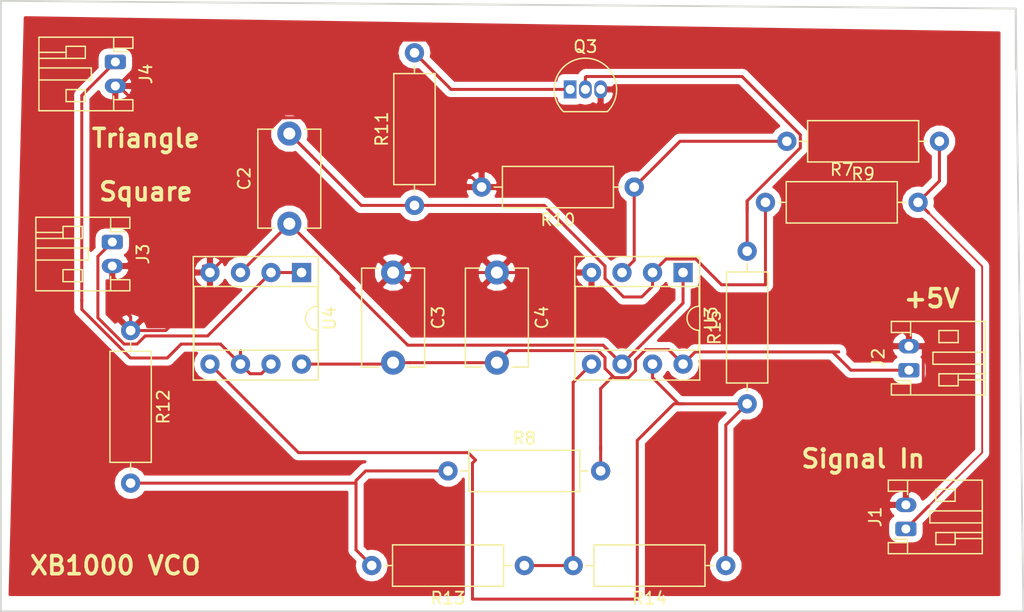
<source format=kicad_pcb>
(kicad_pcb (version 20171130) (host pcbnew "(5.0.1)-rc2")

  (general
    (thickness 1.6)
    (drawings 10)
    (tracks 181)
    (zones 0)
    (modules 19)
    (nets 14)
  )

  (page A4)
  (title_block
    (title "XB1000 VCO")
    (date 2018-10-15)
    (rev 1)
    (company "XB Ltd")
  )

  (layers
    (0 F.Cu signal)
    (31 B.Cu signal)
    (32 B.Adhes user)
    (33 F.Adhes user)
    (34 B.Paste user)
    (35 F.Paste user)
    (36 B.SilkS user)
    (37 F.SilkS user)
    (38 B.Mask user)
    (39 F.Mask user)
    (40 Dwgs.User user)
    (41 Cmts.User user)
    (42 Eco1.User user)
    (43 Eco2.User user)
    (44 Edge.Cuts user)
    (45 Margin user)
    (46 B.CrtYd user)
    (47 F.CrtYd user)
    (48 B.Fab user)
    (49 F.Fab user)
  )

  (setup
    (last_trace_width 0.381)
    (user_trace_width 0.1524)
    (user_trace_width 0.254)
    (user_trace_width 0.381)
    (user_trace_width 0.508)
    (user_trace_width 0.8121)
    (trace_clearance 0.254)
    (zone_clearance 0.508)
    (zone_45_only no)
    (trace_min 0.1524)
    (segment_width 0.2)
    (edge_width 0.15)
    (via_size 12.25804)
    (via_drill 8.38708)
    (via_min_size 0.4)
    (via_min_drill 0.2)
    (user_via 0.4826 0.3302)
    (user_via 0.5 0.4)
    (user_via 1.905 0.254)
    (uvia_size 0.3)
    (uvia_drill 0.1)
    (uvias_allowed no)
    (uvia_min_size 0.2)
    (uvia_min_drill 0.1)
    (pcb_text_width 0.3)
    (pcb_text_size 1.5 1.5)
    (mod_edge_width 0.15)
    (mod_text_size 1 1)
    (mod_text_width 0.15)
    (pad_size 1.524 1.524)
    (pad_drill 0.762)
    (pad_to_mask_clearance 0.051)
    (solder_mask_min_width 0.25)
    (aux_axis_origin 0 0)
    (visible_elements 7FFFFFFF)
    (pcbplotparams
      (layerselection 0x010f0_ffffffff)
      (usegerberextensions true)
      (usegerberattributes false)
      (usegerberadvancedattributes false)
      (creategerberjobfile false)
      (excludeedgelayer true)
      (linewidth 0.100000)
      (plotframeref false)
      (viasonmask false)
      (mode 1)
      (useauxorigin false)
      (hpglpennumber 1)
      (hpglpenspeed 20)
      (hpglpendiameter 15.000000)
      (psnegative false)
      (psa4output false)
      (plotreference true)
      (plotvalue true)
      (plotinvisibletext false)
      (padsonsilk false)
      (subtractmaskfromsilk false)
      (outputformat 1)
      (mirror false)
      (drillshape 0)
      (scaleselection 1)
      (outputdirectory "gerbers/"))
  )

  (net 0 "")
  (net 1 "Net-(C2-Pad1)")
  (net 2 "Net-(C2-Pad2)")
  (net 3 +5V)
  (net 4 GND)
  (net 5 "Net-(J1-Pad1)")
  (net 6 "Net-(J3-Pad1)")
  (net 7 "Net-(J4-Pad1)")
  (net 8 "Net-(Q3-Pad2)")
  (net 9 "Net-(Q3-Pad1)")
  (net 10 "Net-(R12-Pad2)")
  (net 11 "Net-(R10-Pad1)")
  (net 12 "Net-(R13-Pad1)")
  (net 13 "Net-(R14-Pad1)")

  (net_class Default "This is the default net class."
    (clearance 0.254)
    (trace_width 0.1524)
    (via_dia 12.25804)
    (via_drill 8.38708)
    (uvia_dia 0.3)
    (uvia_drill 0.1)
    (diff_pair_gap 0.25)
    (diff_pair_width 83.82)
    (add_net +5V)
    (add_net "Net-(C2-Pad1)")
    (add_net "Net-(C2-Pad2)")
    (add_net "Net-(J1-Pad1)")
    (add_net "Net-(J3-Pad1)")
    (add_net "Net-(J4-Pad1)")
    (add_net "Net-(Q3-Pad1)")
    (add_net "Net-(Q3-Pad2)")
    (add_net "Net-(R10-Pad1)")
    (add_net "Net-(R12-Pad2)")
    (add_net "Net-(R13-Pad1)")
    (add_net "Net-(R14-Pad1)")
  )

  (net_class ground ""
    (clearance 0.254)
    (trace_width 0.1524)
    (via_dia 12.25804)
    (via_drill 8.38708)
    (uvia_dia 0.3)
    (uvia_drill 0.1)
    (diff_pair_gap 0.25)
    (diff_pair_width 83.82)
    (add_net GND)
  )

  (module Resistor_THT:R_Axial_DIN0309_L9.0mm_D3.2mm_P12.70mm_Horizontal (layer F.Cu) (tedit 5AE5139B) (tstamp 5BD1C779)
    (at 95.25 116.332 270)
    (descr "Resistor, Axial_DIN0309 series, Axial, Horizontal, pin pitch=12.7mm, 0.5W = 1/2W, length*diameter=9*3.2mm^2, http://cdn-reichelt.de/documents/datenblatt/B400/1_4W%23YAG.pdf")
    (tags "Resistor Axial_DIN0309 series Axial Horizontal pin pitch 12.7mm 0.5W = 1/2W length 9mm diameter 3.2mm")
    (path /5BC756E4)
    (fp_text reference R12 (at 6.35 -2.72 270) (layer F.SilkS)
      (effects (font (size 1 1) (thickness 0.15)))
    )
    (fp_text value 100K (at 6.35 2.72 270) (layer F.Fab)
      (effects (font (size 1 1) (thickness 0.15)))
    )
    (fp_text user %R (at 6.35 0 270) (layer F.Fab)
      (effects (font (size 1 1) (thickness 0.15)))
    )
    (fp_line (start 13.75 -1.85) (end -1.05 -1.85) (layer F.CrtYd) (width 0.05))
    (fp_line (start 13.75 1.85) (end 13.75 -1.85) (layer F.CrtYd) (width 0.05))
    (fp_line (start -1.05 1.85) (end 13.75 1.85) (layer F.CrtYd) (width 0.05))
    (fp_line (start -1.05 -1.85) (end -1.05 1.85) (layer F.CrtYd) (width 0.05))
    (fp_line (start 11.66 0) (end 10.97 0) (layer F.SilkS) (width 0.12))
    (fp_line (start 1.04 0) (end 1.73 0) (layer F.SilkS) (width 0.12))
    (fp_line (start 10.97 -1.72) (end 1.73 -1.72) (layer F.SilkS) (width 0.12))
    (fp_line (start 10.97 1.72) (end 10.97 -1.72) (layer F.SilkS) (width 0.12))
    (fp_line (start 1.73 1.72) (end 10.97 1.72) (layer F.SilkS) (width 0.12))
    (fp_line (start 1.73 -1.72) (end 1.73 1.72) (layer F.SilkS) (width 0.12))
    (fp_line (start 12.7 0) (end 10.85 0) (layer F.Fab) (width 0.1))
    (fp_line (start 0 0) (end 1.85 0) (layer F.Fab) (width 0.1))
    (fp_line (start 10.85 -1.6) (end 1.85 -1.6) (layer F.Fab) (width 0.1))
    (fp_line (start 10.85 1.6) (end 10.85 -1.6) (layer F.Fab) (width 0.1))
    (fp_line (start 1.85 1.6) (end 10.85 1.6) (layer F.Fab) (width 0.1))
    (fp_line (start 1.85 -1.6) (end 1.85 1.6) (layer F.Fab) (width 0.1))
    (pad 2 thru_hole oval (at 12.7 0 270) (size 1.6 1.6) (drill 0.8) (layers *.Cu *.Mask)
      (net 10 "Net-(R12-Pad2)"))
    (pad 1 thru_hole circle (at 0 0 270) (size 1.6 1.6) (drill 0.8) (layers *.Cu *.Mask)
      (net 4 GND))
    (model ${KISYS3DMOD}/Resistor_THT.3dshapes/R_Axial_DIN0309_L9.0mm_D3.2mm_P12.70mm_Horizontal.wrl
      (at (xyz 0 0 0))
      (scale (xyz 1 1 1))
      (rotate (xyz 0 0 0))
    )
  )

  (module Capacitor_THT:C_Disc_D8.0mm_W5.0mm_P7.50mm (layer F.Cu) (tedit 5AE50EF0) (tstamp 5BD1C5F7)
    (at 108.458 107.442 90)
    (descr "C, Disc series, Radial, pin pitch=7.50mm, , diameter*width=8*5.0mm^2, Capacitor, http://www.vishay.com/docs/28535/vy2series.pdf")
    (tags "C Disc series Radial pin pitch 7.50mm  diameter 8mm width 5.0mm Capacitor")
    (path /5BC553F5)
    (fp_text reference C2 (at 3.75 -3.75 90) (layer F.SilkS)
      (effects (font (size 1 1) (thickness 0.15)))
    )
    (fp_text value 4.7nf (at 3.75 3.75 90) (layer F.Fab)
      (effects (font (size 1 1) (thickness 0.15)))
    )
    (fp_line (start -0.25 -2.5) (end -0.25 2.5) (layer F.Fab) (width 0.1))
    (fp_line (start -0.25 2.5) (end 7.75 2.5) (layer F.Fab) (width 0.1))
    (fp_line (start 7.75 2.5) (end 7.75 -2.5) (layer F.Fab) (width 0.1))
    (fp_line (start 7.75 -2.5) (end -0.25 -2.5) (layer F.Fab) (width 0.1))
    (fp_line (start -0.37 -2.62) (end 7.87 -2.62) (layer F.SilkS) (width 0.12))
    (fp_line (start -0.37 2.62) (end 7.87 2.62) (layer F.SilkS) (width 0.12))
    (fp_line (start -0.37 -2.62) (end -0.37 -1.256) (layer F.SilkS) (width 0.12))
    (fp_line (start -0.37 1.256) (end -0.37 2.62) (layer F.SilkS) (width 0.12))
    (fp_line (start 7.87 -2.62) (end 7.87 -1.256) (layer F.SilkS) (width 0.12))
    (fp_line (start 7.87 1.256) (end 7.87 2.62) (layer F.SilkS) (width 0.12))
    (fp_line (start -1.25 -2.75) (end -1.25 2.75) (layer F.CrtYd) (width 0.05))
    (fp_line (start -1.25 2.75) (end 8.75 2.75) (layer F.CrtYd) (width 0.05))
    (fp_line (start 8.75 2.75) (end 8.75 -2.75) (layer F.CrtYd) (width 0.05))
    (fp_line (start 8.75 -2.75) (end -1.25 -2.75) (layer F.CrtYd) (width 0.05))
    (fp_text user %R (at 3.75 0 90) (layer F.Fab)
      (effects (font (size 1 1) (thickness 0.15)))
    )
    (pad 1 thru_hole circle (at 0 0 90) (size 2 2) (drill 1) (layers *.Cu *.Mask)
      (net 1 "Net-(C2-Pad1)"))
    (pad 2 thru_hole circle (at 7.5 0 90) (size 2 2) (drill 1) (layers *.Cu *.Mask)
      (net 2 "Net-(C2-Pad2)"))
    (model ${KISYS3DMOD}/Capacitor_THT.3dshapes/C_Disc_D8.0mm_W5.0mm_P7.50mm.wrl
      (at (xyz 0 0 0))
      (scale (xyz 1 1 1))
      (rotate (xyz 0 0 0))
    )
  )

  (module Capacitor_THT:C_Disc_D8.0mm_W5.0mm_P7.50mm (layer F.Cu) (tedit 5AE50EF0) (tstamp 5BD1C60C)
    (at 117.094 111.506 270)
    (descr "C, Disc series, Radial, pin pitch=7.50mm, , diameter*width=8*5.0mm^2, Capacitor, http://www.vishay.com/docs/28535/vy2series.pdf")
    (tags "C Disc series Radial pin pitch 7.50mm  diameter 8mm width 5.0mm Capacitor")
    (path /5BC5C4A0)
    (fp_text reference C3 (at 3.75 -3.75 270) (layer F.SilkS)
      (effects (font (size 1 1) (thickness 0.15)))
    )
    (fp_text value 100nF (at 3.75 3.75 270) (layer F.Fab)
      (effects (font (size 1 1) (thickness 0.15)))
    )
    (fp_text user %R (at 3.75 0) (layer F.Fab)
      (effects (font (size 1 1) (thickness 0.15)))
    )
    (fp_line (start 8.75 -2.75) (end -1.25 -2.75) (layer F.CrtYd) (width 0.05))
    (fp_line (start 8.75 2.75) (end 8.75 -2.75) (layer F.CrtYd) (width 0.05))
    (fp_line (start -1.25 2.75) (end 8.75 2.75) (layer F.CrtYd) (width 0.05))
    (fp_line (start -1.25 -2.75) (end -1.25 2.75) (layer F.CrtYd) (width 0.05))
    (fp_line (start 7.87 1.256) (end 7.87 2.62) (layer F.SilkS) (width 0.12))
    (fp_line (start 7.87 -2.62) (end 7.87 -1.256) (layer F.SilkS) (width 0.12))
    (fp_line (start -0.37 1.256) (end -0.37 2.62) (layer F.SilkS) (width 0.12))
    (fp_line (start -0.37 -2.62) (end -0.37 -1.256) (layer F.SilkS) (width 0.12))
    (fp_line (start -0.37 2.62) (end 7.87 2.62) (layer F.SilkS) (width 0.12))
    (fp_line (start -0.37 -2.62) (end 7.87 -2.62) (layer F.SilkS) (width 0.12))
    (fp_line (start 7.75 -2.5) (end -0.25 -2.5) (layer F.Fab) (width 0.1))
    (fp_line (start 7.75 2.5) (end 7.75 -2.5) (layer F.Fab) (width 0.1))
    (fp_line (start -0.25 2.5) (end 7.75 2.5) (layer F.Fab) (width 0.1))
    (fp_line (start -0.25 -2.5) (end -0.25 2.5) (layer F.Fab) (width 0.1))
    (pad 2 thru_hole circle (at 7.5 0 270) (size 2 2) (drill 1) (layers *.Cu *.Mask)
      (net 3 +5V))
    (pad 1 thru_hole circle (at 0 0 270) (size 2 2) (drill 1) (layers *.Cu *.Mask)
      (net 4 GND))
    (model ${KISYS3DMOD}/Capacitor_THT.3dshapes/C_Disc_D8.0mm_W5.0mm_P7.50mm.wrl
      (at (xyz 0 0 0))
      (scale (xyz 1 1 1))
      (rotate (xyz 0 0 0))
    )
  )

  (module Capacitor_THT:C_Disc_D8.0mm_W5.0mm_P7.50mm (layer F.Cu) (tedit 5AE50EF0) (tstamp 5BD1C621)
    (at 125.73 111.506 270)
    (descr "C, Disc series, Radial, pin pitch=7.50mm, , diameter*width=8*5.0mm^2, Capacitor, http://www.vishay.com/docs/28535/vy2series.pdf")
    (tags "C Disc series Radial pin pitch 7.50mm  diameter 8mm width 5.0mm Capacitor")
    (path /5BC5E910)
    (fp_text reference C4 (at 3.75 -3.75 270) (layer F.SilkS)
      (effects (font (size 1 1) (thickness 0.15)))
    )
    (fp_text value 100nF (at 3.75 3.75 270) (layer F.Fab)
      (effects (font (size 1 1) (thickness 0.15)))
    )
    (fp_line (start -0.25 -2.5) (end -0.25 2.5) (layer F.Fab) (width 0.1))
    (fp_line (start -0.25 2.5) (end 7.75 2.5) (layer F.Fab) (width 0.1))
    (fp_line (start 7.75 2.5) (end 7.75 -2.5) (layer F.Fab) (width 0.1))
    (fp_line (start 7.75 -2.5) (end -0.25 -2.5) (layer F.Fab) (width 0.1))
    (fp_line (start -0.37 -2.62) (end 7.87 -2.62) (layer F.SilkS) (width 0.12))
    (fp_line (start -0.37 2.62) (end 7.87 2.62) (layer F.SilkS) (width 0.12))
    (fp_line (start -0.37 -2.62) (end -0.37 -1.256) (layer F.SilkS) (width 0.12))
    (fp_line (start -0.37 1.256) (end -0.37 2.62) (layer F.SilkS) (width 0.12))
    (fp_line (start 7.87 -2.62) (end 7.87 -1.256) (layer F.SilkS) (width 0.12))
    (fp_line (start 7.87 1.256) (end 7.87 2.62) (layer F.SilkS) (width 0.12))
    (fp_line (start -1.25 -2.75) (end -1.25 2.75) (layer F.CrtYd) (width 0.05))
    (fp_line (start -1.25 2.75) (end 8.75 2.75) (layer F.CrtYd) (width 0.05))
    (fp_line (start 8.75 2.75) (end 8.75 -2.75) (layer F.CrtYd) (width 0.05))
    (fp_line (start 8.75 -2.75) (end -1.25 -2.75) (layer F.CrtYd) (width 0.05))
    (fp_text user %R (at 3.75 0 270) (layer F.Fab)
      (effects (font (size 1 1) (thickness 0.15)))
    )
    (pad 1 thru_hole circle (at 0 0 270) (size 2 2) (drill 1) (layers *.Cu *.Mask)
      (net 4 GND))
    (pad 2 thru_hole circle (at 7.5 0 270) (size 2 2) (drill 1) (layers *.Cu *.Mask)
      (net 3 +5V))
    (model ${KISYS3DMOD}/Capacitor_THT.3dshapes/C_Disc_D8.0mm_W5.0mm_P7.50mm.wrl
      (at (xyz 0 0 0))
      (scale (xyz 1 1 1))
      (rotate (xyz 0 0 0))
    )
  )

  (module Connector_JST:JST_PH_S2B-PH-K_1x02_P2.00mm_Horizontal (layer F.Cu) (tedit 5B7745C6) (tstamp 5BD1C650)
    (at 159.766 132.842 90)
    (descr "JST PH series connector, S2B-PH-K (http://www.jst-mfg.com/product/pdf/eng/ePH.pdf), generated with kicad-footprint-generator")
    (tags "connector JST PH top entry")
    (path /5BC62A30)
    (fp_text reference J1 (at 1 -2.55 90) (layer F.SilkS)
      (effects (font (size 1 1) (thickness 0.15)))
    )
    (fp_text value Input (at 3.048 -4.064 180) (layer F.Fab)
      (effects (font (size 1 1) (thickness 0.15)))
    )
    (fp_line (start -0.86 0.14) (end -1.14 0.14) (layer F.SilkS) (width 0.12))
    (fp_line (start -1.14 0.14) (end -1.14 -1.46) (layer F.SilkS) (width 0.12))
    (fp_line (start -1.14 -1.46) (end -2.06 -1.46) (layer F.SilkS) (width 0.12))
    (fp_line (start -2.06 -1.46) (end -2.06 6.36) (layer F.SilkS) (width 0.12))
    (fp_line (start -2.06 6.36) (end 4.06 6.36) (layer F.SilkS) (width 0.12))
    (fp_line (start 4.06 6.36) (end 4.06 -1.46) (layer F.SilkS) (width 0.12))
    (fp_line (start 4.06 -1.46) (end 3.14 -1.46) (layer F.SilkS) (width 0.12))
    (fp_line (start 3.14 -1.46) (end 3.14 0.14) (layer F.SilkS) (width 0.12))
    (fp_line (start 3.14 0.14) (end 2.86 0.14) (layer F.SilkS) (width 0.12))
    (fp_line (start 0.5 6.36) (end 0.5 2) (layer F.SilkS) (width 0.12))
    (fp_line (start 0.5 2) (end 1.5 2) (layer F.SilkS) (width 0.12))
    (fp_line (start 1.5 2) (end 1.5 6.36) (layer F.SilkS) (width 0.12))
    (fp_line (start -2.06 0.14) (end -1.14 0.14) (layer F.SilkS) (width 0.12))
    (fp_line (start 4.06 0.14) (end 3.14 0.14) (layer F.SilkS) (width 0.12))
    (fp_line (start -1.3 2.5) (end -1.3 4.1) (layer F.SilkS) (width 0.12))
    (fp_line (start -1.3 4.1) (end -0.3 4.1) (layer F.SilkS) (width 0.12))
    (fp_line (start -0.3 4.1) (end -0.3 2.5) (layer F.SilkS) (width 0.12))
    (fp_line (start -0.3 2.5) (end -1.3 2.5) (layer F.SilkS) (width 0.12))
    (fp_line (start 3.3 2.5) (end 3.3 4.1) (layer F.SilkS) (width 0.12))
    (fp_line (start 3.3 4.1) (end 2.3 4.1) (layer F.SilkS) (width 0.12))
    (fp_line (start 2.3 4.1) (end 2.3 2.5) (layer F.SilkS) (width 0.12))
    (fp_line (start 2.3 2.5) (end 3.3 2.5) (layer F.SilkS) (width 0.12))
    (fp_line (start -0.3 4.1) (end -0.3 6.36) (layer F.SilkS) (width 0.12))
    (fp_line (start -0.8 4.1) (end -0.8 6.36) (layer F.SilkS) (width 0.12))
    (fp_line (start -2.45 -1.85) (end -2.45 6.75) (layer F.CrtYd) (width 0.05))
    (fp_line (start -2.45 6.75) (end 4.45 6.75) (layer F.CrtYd) (width 0.05))
    (fp_line (start 4.45 6.75) (end 4.45 -1.85) (layer F.CrtYd) (width 0.05))
    (fp_line (start 4.45 -1.85) (end -2.45 -1.85) (layer F.CrtYd) (width 0.05))
    (fp_line (start -1.25 0.25) (end -1.25 -1.35) (layer F.Fab) (width 0.1))
    (fp_line (start -1.25 -1.35) (end -1.95 -1.35) (layer F.Fab) (width 0.1))
    (fp_line (start -1.95 -1.35) (end -1.95 6.25) (layer F.Fab) (width 0.1))
    (fp_line (start -1.95 6.25) (end 3.95 6.25) (layer F.Fab) (width 0.1))
    (fp_line (start 3.95 6.25) (end 3.95 -1.35) (layer F.Fab) (width 0.1))
    (fp_line (start 3.95 -1.35) (end 3.25 -1.35) (layer F.Fab) (width 0.1))
    (fp_line (start 3.25 -1.35) (end 3.25 0.25) (layer F.Fab) (width 0.1))
    (fp_line (start 3.25 0.25) (end -1.25 0.25) (layer F.Fab) (width 0.1))
    (fp_line (start -0.86 0.14) (end -0.86 -1.075) (layer F.SilkS) (width 0.12))
    (fp_line (start 0 0.875) (end -0.5 1.375) (layer F.Fab) (width 0.1))
    (fp_line (start -0.5 1.375) (end 0.5 1.375) (layer F.Fab) (width 0.1))
    (fp_line (start 0.5 1.375) (end 0 0.875) (layer F.Fab) (width 0.1))
    (fp_text user %R (at 1 2.5 90) (layer F.Fab)
      (effects (font (size 1 1) (thickness 0.15)))
    )
    (pad 1 thru_hole roundrect (at 0 0 90) (size 1.2 1.75) (drill 0.75) (layers *.Cu *.Mask) (roundrect_rratio 0.208333)
      (net 5 "Net-(J1-Pad1)"))
    (pad 2 thru_hole oval (at 2 0 90) (size 1.2 1.75) (drill 0.75) (layers *.Cu *.Mask)
      (net 4 GND))
    (model ${KISYS3DMOD}/Connector_JST.3dshapes/JST_PH_S2B-PH-K_1x02_P2.00mm_Horizontal.wrl
      (at (xyz 0 0 0))
      (scale (xyz 1 1 1))
      (rotate (xyz 0 0 0))
    )
  )

  (module Connector_JST:JST_PH_S2B-PH-K_1x02_P2.00mm_Horizontal (layer F.Cu) (tedit 5BC57737) (tstamp 5BD1C67F)
    (at 160.02 119.634 90)
    (descr "JST PH series connector, S2B-PH-K (http://www.jst-mfg.com/product/pdf/eng/ePH.pdf), generated with kicad-footprint-generator")
    (tags "connector JST PH top entry")
    (path /5BC6E16F)
    (fp_text reference J2 (at 1 -2.55 90) (layer F.SilkS)
      (effects (font (size 1 1) (thickness 0.15)))
    )
    (fp_text value "+5V In" (at -3.81 -2.032 180) (layer F.Fab)
      (effects (font (size 1 1) (thickness 0.15)))
    )
    (fp_text user %R (at 1 2.5 90) (layer F.Fab)
      (effects (font (size 1 1) (thickness 0.15)))
    )
    (fp_line (start 0.5 1.375) (end 0 0.875) (layer F.Fab) (width 0.1))
    (fp_line (start -0.5 1.375) (end 0.5 1.375) (layer F.Fab) (width 0.1))
    (fp_line (start 0 0.875) (end -0.5 1.375) (layer F.Fab) (width 0.1))
    (fp_line (start -0.86 0.14) (end -0.86 -1.075) (layer F.SilkS) (width 0.12))
    (fp_line (start 3.25 0.25) (end -1.25 0.25) (layer F.Fab) (width 0.1))
    (fp_line (start 3.25 -1.35) (end 3.25 0.25) (layer F.Fab) (width 0.1))
    (fp_line (start 3.95 -1.35) (end 3.25 -1.35) (layer F.Fab) (width 0.1))
    (fp_line (start 3.95 6.25) (end 3.95 -1.35) (layer F.Fab) (width 0.1))
    (fp_line (start -1.95 6.25) (end 3.95 6.25) (layer F.Fab) (width 0.1))
    (fp_line (start -1.95 -1.35) (end -1.95 6.25) (layer F.Fab) (width 0.1))
    (fp_line (start -1.25 -1.35) (end -1.95 -1.35) (layer F.Fab) (width 0.1))
    (fp_line (start -1.25 0.25) (end -1.25 -1.35) (layer F.Fab) (width 0.1))
    (fp_line (start 4.45 -1.85) (end -2.45 -1.85) (layer F.CrtYd) (width 0.05))
    (fp_line (start 4.45 6.75) (end 4.45 -1.85) (layer F.CrtYd) (width 0.05))
    (fp_line (start -2.45 6.75) (end 4.45 6.75) (layer F.CrtYd) (width 0.05))
    (fp_line (start -2.45 -1.85) (end -2.45 6.75) (layer F.CrtYd) (width 0.05))
    (fp_line (start -0.8 4.1) (end -0.8 6.36) (layer F.SilkS) (width 0.12))
    (fp_line (start -0.3 4.1) (end -0.3 6.36) (layer F.SilkS) (width 0.12))
    (fp_line (start 2.3 2.5) (end 3.3 2.5) (layer F.SilkS) (width 0.12))
    (fp_line (start 2.3 4.1) (end 2.3 2.5) (layer F.SilkS) (width 0.12))
    (fp_line (start 3.3 4.1) (end 2.3 4.1) (layer F.SilkS) (width 0.12))
    (fp_line (start 3.3 2.5) (end 3.3 4.1) (layer F.SilkS) (width 0.12))
    (fp_line (start -0.3 2.5) (end -1.3 2.5) (layer F.SilkS) (width 0.12))
    (fp_line (start -0.3 4.1) (end -0.3 2.5) (layer F.SilkS) (width 0.12))
    (fp_line (start -1.3 4.1) (end -0.3 4.1) (layer F.SilkS) (width 0.12))
    (fp_line (start -1.3 2.5) (end -1.3 4.1) (layer F.SilkS) (width 0.12))
    (fp_line (start 4.06 0.14) (end 3.14 0.14) (layer F.SilkS) (width 0.12))
    (fp_line (start -2.06 0.14) (end -1.14 0.14) (layer F.SilkS) (width 0.12))
    (fp_line (start 1.5 2) (end 1.5 6.36) (layer F.SilkS) (width 0.12))
    (fp_line (start 0.5 2) (end 1.5 2) (layer F.SilkS) (width 0.12))
    (fp_line (start 0.5 6.36) (end 0.5 2) (layer F.SilkS) (width 0.12))
    (fp_line (start 3.14 0.14) (end 2.86 0.14) (layer F.SilkS) (width 0.12))
    (fp_line (start 3.14 -1.46) (end 3.14 0.14) (layer F.SilkS) (width 0.12))
    (fp_line (start 4.06 -1.46) (end 3.14 -1.46) (layer F.SilkS) (width 0.12))
    (fp_line (start 4.06 6.36) (end 4.06 -1.46) (layer F.SilkS) (width 0.12))
    (fp_line (start -2.06 6.36) (end 4.06 6.36) (layer F.SilkS) (width 0.12))
    (fp_line (start -2.06 -1.46) (end -2.06 6.36) (layer F.SilkS) (width 0.12))
    (fp_line (start -1.14 -1.46) (end -2.06 -1.46) (layer F.SilkS) (width 0.12))
    (fp_line (start -1.14 0.14) (end -1.14 -1.46) (layer F.SilkS) (width 0.12))
    (fp_line (start -0.86 0.14) (end -1.14 0.14) (layer F.SilkS) (width 0.12))
    (pad 2 thru_hole oval (at 2 0 90) (size 1.2 1.75) (drill 0.75) (layers *.Cu *.Mask)
      (net 4 GND))
    (pad 1 thru_hole roundrect (at 0 0 90) (size 1.2 1.75) (drill 0.75) (layers *.Cu *.Mask) (roundrect_rratio 0.208333)
      (net 3 +5V))
    (model ${KISYS3DMOD}/Connector_JST.3dshapes/JST_PH_S2B-PH-K_1x02_P2.00mm_Horizontal.wrl
      (at (xyz 0 0 0))
      (scale (xyz 1 1 1))
      (rotate (xyz 0 0 0))
    )
  )

  (module Connector_JST:JST_PH_S2B-PH-K_1x02_P2.00mm_Horizontal (layer F.Cu) (tedit 5B7745C6) (tstamp 5BD1C6AE)
    (at 93.726 108.966 270)
    (descr "JST PH series connector, S2B-PH-K (http://www.jst-mfg.com/product/pdf/eng/ePH.pdf), generated with kicad-footprint-generator")
    (tags "connector JST PH top entry")
    (path /5BC67292)
    (fp_text reference J3 (at 1 -2.55 270) (layer F.SilkS)
      (effects (font (size 1 1) (thickness 0.15)))
    )
    (fp_text value "Triangle Out" (at 1 7.45 270) (layer F.Fab)
      (effects (font (size 1 1) (thickness 0.15)))
    )
    (fp_text user %R (at 1 2.5 270) (layer F.Fab)
      (effects (font (size 1 1) (thickness 0.15)))
    )
    (fp_line (start 0.5 1.375) (end 0 0.875) (layer F.Fab) (width 0.1))
    (fp_line (start -0.5 1.375) (end 0.5 1.375) (layer F.Fab) (width 0.1))
    (fp_line (start 0 0.875) (end -0.5 1.375) (layer F.Fab) (width 0.1))
    (fp_line (start -0.86 0.14) (end -0.86 -1.075) (layer F.SilkS) (width 0.12))
    (fp_line (start 3.25 0.25) (end -1.25 0.25) (layer F.Fab) (width 0.1))
    (fp_line (start 3.25 -1.35) (end 3.25 0.25) (layer F.Fab) (width 0.1))
    (fp_line (start 3.95 -1.35) (end 3.25 -1.35) (layer F.Fab) (width 0.1))
    (fp_line (start 3.95 6.25) (end 3.95 -1.35) (layer F.Fab) (width 0.1))
    (fp_line (start -1.95 6.25) (end 3.95 6.25) (layer F.Fab) (width 0.1))
    (fp_line (start -1.95 -1.35) (end -1.95 6.25) (layer F.Fab) (width 0.1))
    (fp_line (start -1.25 -1.35) (end -1.95 -1.35) (layer F.Fab) (width 0.1))
    (fp_line (start -1.25 0.25) (end -1.25 -1.35) (layer F.Fab) (width 0.1))
    (fp_line (start 4.45 -1.85) (end -2.45 -1.85) (layer F.CrtYd) (width 0.05))
    (fp_line (start 4.45 6.75) (end 4.45 -1.85) (layer F.CrtYd) (width 0.05))
    (fp_line (start -2.45 6.75) (end 4.45 6.75) (layer F.CrtYd) (width 0.05))
    (fp_line (start -2.45 -1.85) (end -2.45 6.75) (layer F.CrtYd) (width 0.05))
    (fp_line (start -0.8 4.1) (end -0.8 6.36) (layer F.SilkS) (width 0.12))
    (fp_line (start -0.3 4.1) (end -0.3 6.36) (layer F.SilkS) (width 0.12))
    (fp_line (start 2.3 2.5) (end 3.3 2.5) (layer F.SilkS) (width 0.12))
    (fp_line (start 2.3 4.1) (end 2.3 2.5) (layer F.SilkS) (width 0.12))
    (fp_line (start 3.3 4.1) (end 2.3 4.1) (layer F.SilkS) (width 0.12))
    (fp_line (start 3.3 2.5) (end 3.3 4.1) (layer F.SilkS) (width 0.12))
    (fp_line (start -0.3 2.5) (end -1.3 2.5) (layer F.SilkS) (width 0.12))
    (fp_line (start -0.3 4.1) (end -0.3 2.5) (layer F.SilkS) (width 0.12))
    (fp_line (start -1.3 4.1) (end -0.3 4.1) (layer F.SilkS) (width 0.12))
    (fp_line (start -1.3 2.5) (end -1.3 4.1) (layer F.SilkS) (width 0.12))
    (fp_line (start 4.06 0.14) (end 3.14 0.14) (layer F.SilkS) (width 0.12))
    (fp_line (start -2.06 0.14) (end -1.14 0.14) (layer F.SilkS) (width 0.12))
    (fp_line (start 1.5 2) (end 1.5 6.36) (layer F.SilkS) (width 0.12))
    (fp_line (start 0.5 2) (end 1.5 2) (layer F.SilkS) (width 0.12))
    (fp_line (start 0.5 6.36) (end 0.5 2) (layer F.SilkS) (width 0.12))
    (fp_line (start 3.14 0.14) (end 2.86 0.14) (layer F.SilkS) (width 0.12))
    (fp_line (start 3.14 -1.46) (end 3.14 0.14) (layer F.SilkS) (width 0.12))
    (fp_line (start 4.06 -1.46) (end 3.14 -1.46) (layer F.SilkS) (width 0.12))
    (fp_line (start 4.06 6.36) (end 4.06 -1.46) (layer F.SilkS) (width 0.12))
    (fp_line (start -2.06 6.36) (end 4.06 6.36) (layer F.SilkS) (width 0.12))
    (fp_line (start -2.06 -1.46) (end -2.06 6.36) (layer F.SilkS) (width 0.12))
    (fp_line (start -1.14 -1.46) (end -2.06 -1.46) (layer F.SilkS) (width 0.12))
    (fp_line (start -1.14 0.14) (end -1.14 -1.46) (layer F.SilkS) (width 0.12))
    (fp_line (start -0.86 0.14) (end -1.14 0.14) (layer F.SilkS) (width 0.12))
    (pad 2 thru_hole oval (at 2 0 270) (size 1.2 1.75) (drill 0.75) (layers *.Cu *.Mask)
      (net 4 GND))
    (pad 1 thru_hole roundrect (at 0 0 270) (size 1.2 1.75) (drill 0.75) (layers *.Cu *.Mask) (roundrect_rratio 0.208333)
      (net 6 "Net-(J3-Pad1)"))
    (model ${KISYS3DMOD}/Connector_JST.3dshapes/JST_PH_S2B-PH-K_1x02_P2.00mm_Horizontal.wrl
      (at (xyz 0 0 0))
      (scale (xyz 1 1 1))
      (rotate (xyz 0 0 0))
    )
  )

  (module Connector_JST:JST_PH_S2B-PH-K_1x02_P2.00mm_Horizontal (layer F.Cu) (tedit 5B7745C6) (tstamp 5BD1C6DD)
    (at 93.98 93.98 270)
    (descr "JST PH series connector, S2B-PH-K (http://www.jst-mfg.com/product/pdf/eng/ePH.pdf), generated with kicad-footprint-generator")
    (tags "connector JST PH top entry")
    (path /5BC67311)
    (fp_text reference J4 (at 1 -2.55 270) (layer F.SilkS)
      (effects (font (size 1 1) (thickness 0.15)))
    )
    (fp_text value "Square Out" (at 1 7.45 270) (layer F.Fab)
      (effects (font (size 1 1) (thickness 0.15)))
    )
    (fp_line (start -0.86 0.14) (end -1.14 0.14) (layer F.SilkS) (width 0.12))
    (fp_line (start -1.14 0.14) (end -1.14 -1.46) (layer F.SilkS) (width 0.12))
    (fp_line (start -1.14 -1.46) (end -2.06 -1.46) (layer F.SilkS) (width 0.12))
    (fp_line (start -2.06 -1.46) (end -2.06 6.36) (layer F.SilkS) (width 0.12))
    (fp_line (start -2.06 6.36) (end 4.06 6.36) (layer F.SilkS) (width 0.12))
    (fp_line (start 4.06 6.36) (end 4.06 -1.46) (layer F.SilkS) (width 0.12))
    (fp_line (start 4.06 -1.46) (end 3.14 -1.46) (layer F.SilkS) (width 0.12))
    (fp_line (start 3.14 -1.46) (end 3.14 0.14) (layer F.SilkS) (width 0.12))
    (fp_line (start 3.14 0.14) (end 2.86 0.14) (layer F.SilkS) (width 0.12))
    (fp_line (start 0.5 6.36) (end 0.5 2) (layer F.SilkS) (width 0.12))
    (fp_line (start 0.5 2) (end 1.5 2) (layer F.SilkS) (width 0.12))
    (fp_line (start 1.5 2) (end 1.5 6.36) (layer F.SilkS) (width 0.12))
    (fp_line (start -2.06 0.14) (end -1.14 0.14) (layer F.SilkS) (width 0.12))
    (fp_line (start 4.06 0.14) (end 3.14 0.14) (layer F.SilkS) (width 0.12))
    (fp_line (start -1.3 2.5) (end -1.3 4.1) (layer F.SilkS) (width 0.12))
    (fp_line (start -1.3 4.1) (end -0.3 4.1) (layer F.SilkS) (width 0.12))
    (fp_line (start -0.3 4.1) (end -0.3 2.5) (layer F.SilkS) (width 0.12))
    (fp_line (start -0.3 2.5) (end -1.3 2.5) (layer F.SilkS) (width 0.12))
    (fp_line (start 3.3 2.5) (end 3.3 4.1) (layer F.SilkS) (width 0.12))
    (fp_line (start 3.3 4.1) (end 2.3 4.1) (layer F.SilkS) (width 0.12))
    (fp_line (start 2.3 4.1) (end 2.3 2.5) (layer F.SilkS) (width 0.12))
    (fp_line (start 2.3 2.5) (end 3.3 2.5) (layer F.SilkS) (width 0.12))
    (fp_line (start -0.3 4.1) (end -0.3 6.36) (layer F.SilkS) (width 0.12))
    (fp_line (start -0.8 4.1) (end -0.8 6.36) (layer F.SilkS) (width 0.12))
    (fp_line (start -2.45 -1.85) (end -2.45 6.75) (layer F.CrtYd) (width 0.05))
    (fp_line (start -2.45 6.75) (end 4.45 6.75) (layer F.CrtYd) (width 0.05))
    (fp_line (start 4.45 6.75) (end 4.45 -1.85) (layer F.CrtYd) (width 0.05))
    (fp_line (start 4.45 -1.85) (end -2.45 -1.85) (layer F.CrtYd) (width 0.05))
    (fp_line (start -1.25 0.25) (end -1.25 -1.35) (layer F.Fab) (width 0.1))
    (fp_line (start -1.25 -1.35) (end -1.95 -1.35) (layer F.Fab) (width 0.1))
    (fp_line (start -1.95 -1.35) (end -1.95 6.25) (layer F.Fab) (width 0.1))
    (fp_line (start -1.95 6.25) (end 3.95 6.25) (layer F.Fab) (width 0.1))
    (fp_line (start 3.95 6.25) (end 3.95 -1.35) (layer F.Fab) (width 0.1))
    (fp_line (start 3.95 -1.35) (end 3.25 -1.35) (layer F.Fab) (width 0.1))
    (fp_line (start 3.25 -1.35) (end 3.25 0.25) (layer F.Fab) (width 0.1))
    (fp_line (start 3.25 0.25) (end -1.25 0.25) (layer F.Fab) (width 0.1))
    (fp_line (start -0.86 0.14) (end -0.86 -1.075) (layer F.SilkS) (width 0.12))
    (fp_line (start 0 0.875) (end -0.5 1.375) (layer F.Fab) (width 0.1))
    (fp_line (start -0.5 1.375) (end 0.5 1.375) (layer F.Fab) (width 0.1))
    (fp_line (start 0.5 1.375) (end 0 0.875) (layer F.Fab) (width 0.1))
    (fp_text user %R (at 1 2.5 270) (layer F.Fab)
      (effects (font (size 1 1) (thickness 0.15)))
    )
    (pad 1 thru_hole roundrect (at 0 0 270) (size 1.2 1.75) (drill 0.75) (layers *.Cu *.Mask) (roundrect_rratio 0.208333)
      (net 7 "Net-(J4-Pad1)"))
    (pad 2 thru_hole oval (at 2 0 270) (size 1.2 1.75) (drill 0.75) (layers *.Cu *.Mask)
      (net 4 GND))
    (model ${KISYS3DMOD}/Connector_JST.3dshapes/JST_PH_S2B-PH-K_1x02_P2.00mm_Horizontal.wrl
      (at (xyz 0 0 0))
      (scale (xyz 1 1 1))
      (rotate (xyz 0 0 0))
    )
  )

  (module Package_TO_SOT_THT:TO-92_Inline (layer F.Cu) (tedit 5A1DD157) (tstamp 5BD1C6EF)
    (at 131.826 96.266)
    (descr "TO-92 leads in-line, narrow, oval pads, drill 0.75mm (see NXP sot054_po.pdf)")
    (tags "to-92 sc-43 sc-43a sot54 PA33 transistor")
    (path /5BC541B7)
    (fp_text reference Q3 (at 1.27 -3.56) (layer F.SilkS)
      (effects (font (size 1 1) (thickness 0.15)))
    )
    (fp_text value BC548 (at 1.27 2.79) (layer F.Fab)
      (effects (font (size 1 1) (thickness 0.15)))
    )
    (fp_text user %R (at 1.27 -3.56) (layer F.Fab)
      (effects (font (size 1 1) (thickness 0.15)))
    )
    (fp_line (start -0.53 1.85) (end 3.07 1.85) (layer F.SilkS) (width 0.12))
    (fp_line (start -0.5 1.75) (end 3 1.75) (layer F.Fab) (width 0.1))
    (fp_line (start -1.46 -2.73) (end 4 -2.73) (layer F.CrtYd) (width 0.05))
    (fp_line (start -1.46 -2.73) (end -1.46 2.01) (layer F.CrtYd) (width 0.05))
    (fp_line (start 4 2.01) (end 4 -2.73) (layer F.CrtYd) (width 0.05))
    (fp_line (start 4 2.01) (end -1.46 2.01) (layer F.CrtYd) (width 0.05))
    (fp_arc (start 1.27 0) (end 1.27 -2.48) (angle 135) (layer F.Fab) (width 0.1))
    (fp_arc (start 1.27 0) (end 1.27 -2.6) (angle -135) (layer F.SilkS) (width 0.12))
    (fp_arc (start 1.27 0) (end 1.27 -2.48) (angle -135) (layer F.Fab) (width 0.1))
    (fp_arc (start 1.27 0) (end 1.27 -2.6) (angle 135) (layer F.SilkS) (width 0.12))
    (pad 2 thru_hole oval (at 1.27 0) (size 1.05 1.5) (drill 0.75) (layers *.Cu *.Mask)
      (net 8 "Net-(Q3-Pad2)"))
    (pad 3 thru_hole oval (at 2.54 0) (size 1.05 1.5) (drill 0.75) (layers *.Cu *.Mask)
      (net 4 GND))
    (pad 1 thru_hole rect (at 0 0) (size 1.05 1.5) (drill 0.75) (layers *.Cu *.Mask)
      (net 9 "Net-(Q3-Pad1)"))
    (model ${KISYS3DMOD}/Package_TO_SOT_THT.3dshapes/TO-92_Inline.wrl
      (at (xyz 0 0 0))
      (scale (xyz 1 1 1))
      (rotate (xyz 0 0 0))
    )
  )

  (module Resistor_THT:R_Axial_DIN0309_L9.0mm_D3.2mm_P12.70mm_Horizontal (layer F.Cu) (tedit 5AE5139B) (tstamp 5BD1C706)
    (at 148.082 105.664)
    (descr "Resistor, Axial_DIN0309 series, Axial, Horizontal, pin pitch=12.7mm, 0.5W = 1/2W, length*diameter=9*3.2mm^2, http://cdn-reichelt.de/documents/datenblatt/B400/1_4W%23YAG.pdf")
    (tags "Resistor Axial_DIN0309 series Axial Horizontal pin pitch 12.7mm 0.5W = 1/2W length 9mm diameter 3.2mm")
    (path /5BC535BD)
    (fp_text reference R7 (at 6.35 -2.72) (layer F.SilkS)
      (effects (font (size 1 1) (thickness 0.15)))
    )
    (fp_text value 100K (at 6.35 2.72) (layer F.Fab)
      (effects (font (size 1 1) (thickness 0.15)))
    )
    (fp_line (start 1.85 -1.6) (end 1.85 1.6) (layer F.Fab) (width 0.1))
    (fp_line (start 1.85 1.6) (end 10.85 1.6) (layer F.Fab) (width 0.1))
    (fp_line (start 10.85 1.6) (end 10.85 -1.6) (layer F.Fab) (width 0.1))
    (fp_line (start 10.85 -1.6) (end 1.85 -1.6) (layer F.Fab) (width 0.1))
    (fp_line (start 0 0) (end 1.85 0) (layer F.Fab) (width 0.1))
    (fp_line (start 12.7 0) (end 10.85 0) (layer F.Fab) (width 0.1))
    (fp_line (start 1.73 -1.72) (end 1.73 1.72) (layer F.SilkS) (width 0.12))
    (fp_line (start 1.73 1.72) (end 10.97 1.72) (layer F.SilkS) (width 0.12))
    (fp_line (start 10.97 1.72) (end 10.97 -1.72) (layer F.SilkS) (width 0.12))
    (fp_line (start 10.97 -1.72) (end 1.73 -1.72) (layer F.SilkS) (width 0.12))
    (fp_line (start 1.04 0) (end 1.73 0) (layer F.SilkS) (width 0.12))
    (fp_line (start 11.66 0) (end 10.97 0) (layer F.SilkS) (width 0.12))
    (fp_line (start -1.05 -1.85) (end -1.05 1.85) (layer F.CrtYd) (width 0.05))
    (fp_line (start -1.05 1.85) (end 13.75 1.85) (layer F.CrtYd) (width 0.05))
    (fp_line (start 13.75 1.85) (end 13.75 -1.85) (layer F.CrtYd) (width 0.05))
    (fp_line (start 13.75 -1.85) (end -1.05 -1.85) (layer F.CrtYd) (width 0.05))
    (fp_text user %R (at 6.35 0) (layer F.Fab)
      (effects (font (size 1 1) (thickness 0.15)))
    )
    (pad 1 thru_hole circle (at 0 0) (size 1.6 1.6) (drill 0.8) (layers *.Cu *.Mask)
      (net 2 "Net-(C2-Pad2)"))
    (pad 2 thru_hole oval (at 12.7 0) (size 1.6 1.6) (drill 0.8) (layers *.Cu *.Mask)
      (net 5 "Net-(J1-Pad1)"))
    (model ${KISYS3DMOD}/Resistor_THT.3dshapes/R_Axial_DIN0309_L9.0mm_D3.2mm_P12.70mm_Horizontal.wrl
      (at (xyz 0 0 0))
      (scale (xyz 1 1 1))
      (rotate (xyz 0 0 0))
    )
  )

  (module Resistor_THT:R_Axial_DIN0309_L9.0mm_D3.2mm_P12.70mm_Horizontal (layer F.Cu) (tedit 5AE5139B) (tstamp 5BD1C71D)
    (at 121.666 128.016)
    (descr "Resistor, Axial_DIN0309 series, Axial, Horizontal, pin pitch=12.7mm, 0.5W = 1/2W, length*diameter=9*3.2mm^2, http://cdn-reichelt.de/documents/datenblatt/B400/1_4W%23YAG.pdf")
    (tags "Resistor Axial_DIN0309 series Axial Horizontal pin pitch 12.7mm 0.5W = 1/2W length 9mm diameter 3.2mm")
    (path /5BC75683)
    (fp_text reference R8 (at 6.35 -2.72) (layer F.SilkS)
      (effects (font (size 1 1) (thickness 0.15)))
    )
    (fp_text value 100K (at 6.35 2.72) (layer F.Fab)
      (effects (font (size 1 1) (thickness 0.15)))
    )
    (fp_line (start 1.85 -1.6) (end 1.85 1.6) (layer F.Fab) (width 0.1))
    (fp_line (start 1.85 1.6) (end 10.85 1.6) (layer F.Fab) (width 0.1))
    (fp_line (start 10.85 1.6) (end 10.85 -1.6) (layer F.Fab) (width 0.1))
    (fp_line (start 10.85 -1.6) (end 1.85 -1.6) (layer F.Fab) (width 0.1))
    (fp_line (start 0 0) (end 1.85 0) (layer F.Fab) (width 0.1))
    (fp_line (start 12.7 0) (end 10.85 0) (layer F.Fab) (width 0.1))
    (fp_line (start 1.73 -1.72) (end 1.73 1.72) (layer F.SilkS) (width 0.12))
    (fp_line (start 1.73 1.72) (end 10.97 1.72) (layer F.SilkS) (width 0.12))
    (fp_line (start 10.97 1.72) (end 10.97 -1.72) (layer F.SilkS) (width 0.12))
    (fp_line (start 10.97 -1.72) (end 1.73 -1.72) (layer F.SilkS) (width 0.12))
    (fp_line (start 1.04 0) (end 1.73 0) (layer F.SilkS) (width 0.12))
    (fp_line (start 11.66 0) (end 10.97 0) (layer F.SilkS) (width 0.12))
    (fp_line (start -1.05 -1.85) (end -1.05 1.85) (layer F.CrtYd) (width 0.05))
    (fp_line (start -1.05 1.85) (end 13.75 1.85) (layer F.CrtYd) (width 0.05))
    (fp_line (start 13.75 1.85) (end 13.75 -1.85) (layer F.CrtYd) (width 0.05))
    (fp_line (start 13.75 -1.85) (end -1.05 -1.85) (layer F.CrtYd) (width 0.05))
    (fp_text user %R (at 6.35 0) (layer F.Fab)
      (effects (font (size 1 1) (thickness 0.15)))
    )
    (pad 1 thru_hole circle (at 0 0) (size 1.6 1.6) (drill 0.8) (layers *.Cu *.Mask)
      (net 10 "Net-(R12-Pad2)"))
    (pad 2 thru_hole oval (at 12.7 0) (size 1.6 1.6) (drill 0.8) (layers *.Cu *.Mask)
      (net 3 +5V))
    (model ${KISYS3DMOD}/Resistor_THT.3dshapes/R_Axial_DIN0309_L9.0mm_D3.2mm_P12.70mm_Horizontal.wrl
      (at (xyz 0 0 0))
      (scale (xyz 1 1 1))
      (rotate (xyz 0 0 0))
    )
  )

  (module Resistor_THT:R_Axial_DIN0309_L9.0mm_D3.2mm_P12.70mm_Horizontal (layer F.Cu) (tedit 5AE5139B) (tstamp 5BD1C734)
    (at 162.56 100.584 180)
    (descr "Resistor, Axial_DIN0309 series, Axial, Horizontal, pin pitch=12.7mm, 0.5W = 1/2W, length*diameter=9*3.2mm^2, http://cdn-reichelt.de/documents/datenblatt/B400/1_4W%23YAG.pdf")
    (tags "Resistor Axial_DIN0309 series Axial Horizontal pin pitch 12.7mm 0.5W = 1/2W length 9mm diameter 3.2mm")
    (path /5BC536A5)
    (fp_text reference R9 (at 6.35 -2.72 180) (layer F.SilkS)
      (effects (font (size 1 1) (thickness 0.15)))
    )
    (fp_text value 56K (at 6.35 2.72 180) (layer F.Fab)
      (effects (font (size 1 1) (thickness 0.15)))
    )
    (fp_text user %R (at 6.35 0 180) (layer F.Fab)
      (effects (font (size 1 1) (thickness 0.15)))
    )
    (fp_line (start 13.75 -1.85) (end -1.05 -1.85) (layer F.CrtYd) (width 0.05))
    (fp_line (start 13.75 1.85) (end 13.75 -1.85) (layer F.CrtYd) (width 0.05))
    (fp_line (start -1.05 1.85) (end 13.75 1.85) (layer F.CrtYd) (width 0.05))
    (fp_line (start -1.05 -1.85) (end -1.05 1.85) (layer F.CrtYd) (width 0.05))
    (fp_line (start 11.66 0) (end 10.97 0) (layer F.SilkS) (width 0.12))
    (fp_line (start 1.04 0) (end 1.73 0) (layer F.SilkS) (width 0.12))
    (fp_line (start 10.97 -1.72) (end 1.73 -1.72) (layer F.SilkS) (width 0.12))
    (fp_line (start 10.97 1.72) (end 10.97 -1.72) (layer F.SilkS) (width 0.12))
    (fp_line (start 1.73 1.72) (end 10.97 1.72) (layer F.SilkS) (width 0.12))
    (fp_line (start 1.73 -1.72) (end 1.73 1.72) (layer F.SilkS) (width 0.12))
    (fp_line (start 12.7 0) (end 10.85 0) (layer F.Fab) (width 0.1))
    (fp_line (start 0 0) (end 1.85 0) (layer F.Fab) (width 0.1))
    (fp_line (start 10.85 -1.6) (end 1.85 -1.6) (layer F.Fab) (width 0.1))
    (fp_line (start 10.85 1.6) (end 10.85 -1.6) (layer F.Fab) (width 0.1))
    (fp_line (start 1.85 1.6) (end 10.85 1.6) (layer F.Fab) (width 0.1))
    (fp_line (start 1.85 -1.6) (end 1.85 1.6) (layer F.Fab) (width 0.1))
    (pad 2 thru_hole oval (at 12.7 0 180) (size 1.6 1.6) (drill 0.8) (layers *.Cu *.Mask)
      (net 11 "Net-(R10-Pad1)"))
    (pad 1 thru_hole circle (at 0 0 180) (size 1.6 1.6) (drill 0.8) (layers *.Cu *.Mask)
      (net 5 "Net-(J1-Pad1)"))
    (model ${KISYS3DMOD}/Resistor_THT.3dshapes/R_Axial_DIN0309_L9.0mm_D3.2mm_P12.70mm_Horizontal.wrl
      (at (xyz 0 0 0))
      (scale (xyz 1 1 1))
      (rotate (xyz 0 0 0))
    )
  )

  (module Resistor_THT:R_Axial_DIN0309_L9.0mm_D3.2mm_P12.70mm_Horizontal (layer F.Cu) (tedit 5AE5139B) (tstamp 5BD1C74B)
    (at 137.16 104.394 180)
    (descr "Resistor, Axial_DIN0309 series, Axial, Horizontal, pin pitch=12.7mm, 0.5W = 1/2W, length*diameter=9*3.2mm^2, http://cdn-reichelt.de/documents/datenblatt/B400/1_4W%23YAG.pdf")
    (tags "Resistor Axial_DIN0309 series Axial Horizontal pin pitch 12.7mm 0.5W = 1/2W length 9mm diameter 3.2mm")
    (path /5BC5400B)
    (fp_text reference R10 (at 6.35 -2.72 180) (layer F.SilkS)
      (effects (font (size 1 1) (thickness 0.15)))
    )
    (fp_text value 56K (at 6.35 2.72 180) (layer F.Fab)
      (effects (font (size 1 1) (thickness 0.15)))
    )
    (fp_line (start 1.85 -1.6) (end 1.85 1.6) (layer F.Fab) (width 0.1))
    (fp_line (start 1.85 1.6) (end 10.85 1.6) (layer F.Fab) (width 0.1))
    (fp_line (start 10.85 1.6) (end 10.85 -1.6) (layer F.Fab) (width 0.1))
    (fp_line (start 10.85 -1.6) (end 1.85 -1.6) (layer F.Fab) (width 0.1))
    (fp_line (start 0 0) (end 1.85 0) (layer F.Fab) (width 0.1))
    (fp_line (start 12.7 0) (end 10.85 0) (layer F.Fab) (width 0.1))
    (fp_line (start 1.73 -1.72) (end 1.73 1.72) (layer F.SilkS) (width 0.12))
    (fp_line (start 1.73 1.72) (end 10.97 1.72) (layer F.SilkS) (width 0.12))
    (fp_line (start 10.97 1.72) (end 10.97 -1.72) (layer F.SilkS) (width 0.12))
    (fp_line (start 10.97 -1.72) (end 1.73 -1.72) (layer F.SilkS) (width 0.12))
    (fp_line (start 1.04 0) (end 1.73 0) (layer F.SilkS) (width 0.12))
    (fp_line (start 11.66 0) (end 10.97 0) (layer F.SilkS) (width 0.12))
    (fp_line (start -1.05 -1.85) (end -1.05 1.85) (layer F.CrtYd) (width 0.05))
    (fp_line (start -1.05 1.85) (end 13.75 1.85) (layer F.CrtYd) (width 0.05))
    (fp_line (start 13.75 1.85) (end 13.75 -1.85) (layer F.CrtYd) (width 0.05))
    (fp_line (start 13.75 -1.85) (end -1.05 -1.85) (layer F.CrtYd) (width 0.05))
    (fp_text user %R (at 6.35 0 180) (layer F.Fab)
      (effects (font (size 1 1) (thickness 0.15)))
    )
    (pad 1 thru_hole circle (at 0 0 180) (size 1.6 1.6) (drill 0.8) (layers *.Cu *.Mask)
      (net 11 "Net-(R10-Pad1)"))
    (pad 2 thru_hole oval (at 12.7 0 180) (size 1.6 1.6) (drill 0.8) (layers *.Cu *.Mask)
      (net 4 GND))
    (model ${KISYS3DMOD}/Resistor_THT.3dshapes/R_Axial_DIN0309_L9.0mm_D3.2mm_P12.70mm_Horizontal.wrl
      (at (xyz 0 0 0))
      (scale (xyz 1 1 1))
      (rotate (xyz 0 0 0))
    )
  )

  (module Resistor_THT:R_Axial_DIN0309_L9.0mm_D3.2mm_P12.70mm_Horizontal (layer F.Cu) (tedit 5AE5139B) (tstamp 5BD1C762)
    (at 118.872 105.918 90)
    (descr "Resistor, Axial_DIN0309 series, Axial, Horizontal, pin pitch=12.7mm, 0.5W = 1/2W, length*diameter=9*3.2mm^2, http://cdn-reichelt.de/documents/datenblatt/B400/1_4W%23YAG.pdf")
    (tags "Resistor Axial_DIN0309 series Axial Horizontal pin pitch 12.7mm 0.5W = 1/2W length 9mm diameter 3.2mm")
    (path /5BC5409E)
    (fp_text reference R11 (at 6.35 -2.72 90) (layer F.SilkS)
      (effects (font (size 1 1) (thickness 0.15)))
    )
    (fp_text value 56K (at 6.35 2.72 90) (layer F.Fab)
      (effects (font (size 1 1) (thickness 0.15)))
    )
    (fp_text user %R (at 6.35 0 90) (layer F.Fab)
      (effects (font (size 1 1) (thickness 0.15)))
    )
    (fp_line (start 13.75 -1.85) (end -1.05 -1.85) (layer F.CrtYd) (width 0.05))
    (fp_line (start 13.75 1.85) (end 13.75 -1.85) (layer F.CrtYd) (width 0.05))
    (fp_line (start -1.05 1.85) (end 13.75 1.85) (layer F.CrtYd) (width 0.05))
    (fp_line (start -1.05 -1.85) (end -1.05 1.85) (layer F.CrtYd) (width 0.05))
    (fp_line (start 11.66 0) (end 10.97 0) (layer F.SilkS) (width 0.12))
    (fp_line (start 1.04 0) (end 1.73 0) (layer F.SilkS) (width 0.12))
    (fp_line (start 10.97 -1.72) (end 1.73 -1.72) (layer F.SilkS) (width 0.12))
    (fp_line (start 10.97 1.72) (end 10.97 -1.72) (layer F.SilkS) (width 0.12))
    (fp_line (start 1.73 1.72) (end 10.97 1.72) (layer F.SilkS) (width 0.12))
    (fp_line (start 1.73 -1.72) (end 1.73 1.72) (layer F.SilkS) (width 0.12))
    (fp_line (start 12.7 0) (end 10.85 0) (layer F.Fab) (width 0.1))
    (fp_line (start 0 0) (end 1.85 0) (layer F.Fab) (width 0.1))
    (fp_line (start 10.85 -1.6) (end 1.85 -1.6) (layer F.Fab) (width 0.1))
    (fp_line (start 10.85 1.6) (end 10.85 -1.6) (layer F.Fab) (width 0.1))
    (fp_line (start 1.85 1.6) (end 10.85 1.6) (layer F.Fab) (width 0.1))
    (fp_line (start 1.85 -1.6) (end 1.85 1.6) (layer F.Fab) (width 0.1))
    (pad 2 thru_hole oval (at 12.7 0 90) (size 1.6 1.6) (drill 0.8) (layers *.Cu *.Mask)
      (net 9 "Net-(Q3-Pad1)"))
    (pad 1 thru_hole circle (at 0 0 90) (size 1.6 1.6) (drill 0.8) (layers *.Cu *.Mask)
      (net 2 "Net-(C2-Pad2)"))
    (model ${KISYS3DMOD}/Resistor_THT.3dshapes/R_Axial_DIN0309_L9.0mm_D3.2mm_P12.70mm_Horizontal.wrl
      (at (xyz 0 0 0))
      (scale (xyz 1 1 1))
      (rotate (xyz 0 0 0))
    )
  )

  (module Resistor_THT:R_Axial_DIN0309_L9.0mm_D3.2mm_P12.70mm_Horizontal (layer F.Cu) (tedit 5AE5139B) (tstamp 5BD1C790)
    (at 128.016 135.89 180)
    (descr "Resistor, Axial_DIN0309 series, Axial, Horizontal, pin pitch=12.7mm, 0.5W = 1/2W, length*diameter=9*3.2mm^2, http://cdn-reichelt.de/documents/datenblatt/B400/1_4W%23YAG.pdf")
    (tags "Resistor Axial_DIN0309 series Axial Horizontal pin pitch 12.7mm 0.5W = 1/2W length 9mm diameter 3.2mm")
    (path /5BC57C85)
    (fp_text reference R13 (at 6.35 -2.72 180) (layer F.SilkS)
      (effects (font (size 1 1) (thickness 0.15)))
    )
    (fp_text value 56K (at 6.35 2.72 180) (layer F.Fab)
      (effects (font (size 1 1) (thickness 0.15)))
    )
    (fp_text user %R (at 6.35 0) (layer F.Fab)
      (effects (font (size 1 1) (thickness 0.15)))
    )
    (fp_line (start 13.75 -1.85) (end -1.05 -1.85) (layer F.CrtYd) (width 0.05))
    (fp_line (start 13.75 1.85) (end 13.75 -1.85) (layer F.CrtYd) (width 0.05))
    (fp_line (start -1.05 1.85) (end 13.75 1.85) (layer F.CrtYd) (width 0.05))
    (fp_line (start -1.05 -1.85) (end -1.05 1.85) (layer F.CrtYd) (width 0.05))
    (fp_line (start 11.66 0) (end 10.97 0) (layer F.SilkS) (width 0.12))
    (fp_line (start 1.04 0) (end 1.73 0) (layer F.SilkS) (width 0.12))
    (fp_line (start 10.97 -1.72) (end 1.73 -1.72) (layer F.SilkS) (width 0.12))
    (fp_line (start 10.97 1.72) (end 10.97 -1.72) (layer F.SilkS) (width 0.12))
    (fp_line (start 1.73 1.72) (end 10.97 1.72) (layer F.SilkS) (width 0.12))
    (fp_line (start 1.73 -1.72) (end 1.73 1.72) (layer F.SilkS) (width 0.12))
    (fp_line (start 12.7 0) (end 10.85 0) (layer F.Fab) (width 0.1))
    (fp_line (start 0 0) (end 1.85 0) (layer F.Fab) (width 0.1))
    (fp_line (start 10.85 -1.6) (end 1.85 -1.6) (layer F.Fab) (width 0.1))
    (fp_line (start 10.85 1.6) (end 10.85 -1.6) (layer F.Fab) (width 0.1))
    (fp_line (start 1.85 1.6) (end 10.85 1.6) (layer F.Fab) (width 0.1))
    (fp_line (start 1.85 -1.6) (end 1.85 1.6) (layer F.Fab) (width 0.1))
    (pad 2 thru_hole oval (at 12.7 0 180) (size 1.6 1.6) (drill 0.8) (layers *.Cu *.Mask)
      (net 10 "Net-(R12-Pad2)"))
    (pad 1 thru_hole circle (at 0 0 180) (size 1.6 1.6) (drill 0.8) (layers *.Cu *.Mask)
      (net 12 "Net-(R13-Pad1)"))
    (model ${KISYS3DMOD}/Resistor_THT.3dshapes/R_Axial_DIN0309_L9.0mm_D3.2mm_P12.70mm_Horizontal.wrl
      (at (xyz 0 0 0))
      (scale (xyz 1 1 1))
      (rotate (xyz 0 0 0))
    )
  )

  (module Resistor_THT:R_Axial_DIN0309_L9.0mm_D3.2mm_P12.70mm_Horizontal (layer F.Cu) (tedit 5AE5139B) (tstamp 5BD1C7A7)
    (at 144.78 135.89 180)
    (descr "Resistor, Axial_DIN0309 series, Axial, Horizontal, pin pitch=12.7mm, 0.5W = 1/2W, length*diameter=9*3.2mm^2, http://cdn-reichelt.de/documents/datenblatt/B400/1_4W%23YAG.pdf")
    (tags "Resistor Axial_DIN0309 series Axial Horizontal pin pitch 12.7mm 0.5W = 1/2W length 9mm diameter 3.2mm")
    (path /5BC57C09)
    (fp_text reference R14 (at 6.35 -2.72 180) (layer F.SilkS)
      (effects (font (size 1 1) (thickness 0.15)))
    )
    (fp_text value 100K (at 6.35 2.72 180) (layer F.Fab)
      (effects (font (size 1 1) (thickness 0.15)))
    )
    (fp_line (start 1.85 -1.6) (end 1.85 1.6) (layer F.Fab) (width 0.1))
    (fp_line (start 1.85 1.6) (end 10.85 1.6) (layer F.Fab) (width 0.1))
    (fp_line (start 10.85 1.6) (end 10.85 -1.6) (layer F.Fab) (width 0.1))
    (fp_line (start 10.85 -1.6) (end 1.85 -1.6) (layer F.Fab) (width 0.1))
    (fp_line (start 0 0) (end 1.85 0) (layer F.Fab) (width 0.1))
    (fp_line (start 12.7 0) (end 10.85 0) (layer F.Fab) (width 0.1))
    (fp_line (start 1.73 -1.72) (end 1.73 1.72) (layer F.SilkS) (width 0.12))
    (fp_line (start 1.73 1.72) (end 10.97 1.72) (layer F.SilkS) (width 0.12))
    (fp_line (start 10.97 1.72) (end 10.97 -1.72) (layer F.SilkS) (width 0.12))
    (fp_line (start 10.97 -1.72) (end 1.73 -1.72) (layer F.SilkS) (width 0.12))
    (fp_line (start 1.04 0) (end 1.73 0) (layer F.SilkS) (width 0.12))
    (fp_line (start 11.66 0) (end 10.97 0) (layer F.SilkS) (width 0.12))
    (fp_line (start -1.05 -1.85) (end -1.05 1.85) (layer F.CrtYd) (width 0.05))
    (fp_line (start -1.05 1.85) (end 13.75 1.85) (layer F.CrtYd) (width 0.05))
    (fp_line (start 13.75 1.85) (end 13.75 -1.85) (layer F.CrtYd) (width 0.05))
    (fp_line (start 13.75 -1.85) (end -1.05 -1.85) (layer F.CrtYd) (width 0.05))
    (fp_text user %R (at 6.35 0 180) (layer F.Fab)
      (effects (font (size 1 1) (thickness 0.15)))
    )
    (pad 1 thru_hole circle (at 0 0 180) (size 1.6 1.6) (drill 0.8) (layers *.Cu *.Mask)
      (net 13 "Net-(R14-Pad1)"))
    (pad 2 thru_hole oval (at 12.7 0 180) (size 1.6 1.6) (drill 0.8) (layers *.Cu *.Mask)
      (net 12 "Net-(R13-Pad1)"))
    (model ${KISYS3DMOD}/Resistor_THT.3dshapes/R_Axial_DIN0309_L9.0mm_D3.2mm_P12.70mm_Horizontal.wrl
      (at (xyz 0 0 0))
      (scale (xyz 1 1 1))
      (rotate (xyz 0 0 0))
    )
  )

  (module Resistor_THT:R_Axial_DIN0309_L9.0mm_D3.2mm_P12.70mm_Horizontal (layer F.Cu) (tedit 5AE5139B) (tstamp 5BD1C7BE)
    (at 146.558 122.428 90)
    (descr "Resistor, Axial_DIN0309 series, Axial, Horizontal, pin pitch=12.7mm, 0.5W = 1/2W, length*diameter=9*3.2mm^2, http://cdn-reichelt.de/documents/datenblatt/B400/1_4W%23YAG.pdf")
    (tags "Resistor Axial_DIN0309 series Axial Horizontal pin pitch 12.7mm 0.5W = 1/2W length 9mm diameter 3.2mm")
    (path /5BC57B78)
    (fp_text reference R15 (at 6.35 -2.72 90) (layer F.SilkS)
      (effects (font (size 1 1) (thickness 0.15)))
    )
    (fp_text value 100K (at 6.35 2.72 90) (layer F.Fab)
      (effects (font (size 1 1) (thickness 0.15)))
    )
    (fp_line (start 1.85 -1.6) (end 1.85 1.6) (layer F.Fab) (width 0.1))
    (fp_line (start 1.85 1.6) (end 10.85 1.6) (layer F.Fab) (width 0.1))
    (fp_line (start 10.85 1.6) (end 10.85 -1.6) (layer F.Fab) (width 0.1))
    (fp_line (start 10.85 -1.6) (end 1.85 -1.6) (layer F.Fab) (width 0.1))
    (fp_line (start 0 0) (end 1.85 0) (layer F.Fab) (width 0.1))
    (fp_line (start 12.7 0) (end 10.85 0) (layer F.Fab) (width 0.1))
    (fp_line (start 1.73 -1.72) (end 1.73 1.72) (layer F.SilkS) (width 0.12))
    (fp_line (start 1.73 1.72) (end 10.97 1.72) (layer F.SilkS) (width 0.12))
    (fp_line (start 10.97 1.72) (end 10.97 -1.72) (layer F.SilkS) (width 0.12))
    (fp_line (start 10.97 -1.72) (end 1.73 -1.72) (layer F.SilkS) (width 0.12))
    (fp_line (start 1.04 0) (end 1.73 0) (layer F.SilkS) (width 0.12))
    (fp_line (start 11.66 0) (end 10.97 0) (layer F.SilkS) (width 0.12))
    (fp_line (start -1.05 -1.85) (end -1.05 1.85) (layer F.CrtYd) (width 0.05))
    (fp_line (start -1.05 1.85) (end 13.75 1.85) (layer F.CrtYd) (width 0.05))
    (fp_line (start 13.75 1.85) (end 13.75 -1.85) (layer F.CrtYd) (width 0.05))
    (fp_line (start 13.75 -1.85) (end -1.05 -1.85) (layer F.CrtYd) (width 0.05))
    (fp_text user %R (at 6.35 0 90) (layer F.Fab)
      (effects (font (size 1 1) (thickness 0.15)))
    )
    (pad 1 thru_hole circle (at 0 0 90) (size 1.6 1.6) (drill 0.8) (layers *.Cu *.Mask)
      (net 13 "Net-(R14-Pad1)"))
    (pad 2 thru_hole oval (at 12.7 0 90) (size 1.6 1.6) (drill 0.8) (layers *.Cu *.Mask)
      (net 8 "Net-(Q3-Pad2)"))
    (model ${KISYS3DMOD}/Resistor_THT.3dshapes/R_Axial_DIN0309_L9.0mm_D3.2mm_P12.70mm_Horizontal.wrl
      (at (xyz 0 0 0))
      (scale (xyz 1 1 1))
      (rotate (xyz 0 0 0))
    )
  )

  (module Package_DIP:DIP-8_W7.62mm_Socket (layer F.Cu) (tedit 5A02E8C5) (tstamp 5BD1C7E2)
    (at 141.224 111.506 270)
    (descr "8-lead though-hole mounted DIP package, row spacing 7.62 mm (300 mils), Socket")
    (tags "THT DIP DIL PDIP 2.54mm 7.62mm 300mil Socket")
    (path /5BC5309F)
    (fp_text reference U3 (at 3.81 -2.33 270) (layer F.SilkS)
      (effects (font (size 1 1) (thickness 0.15)))
    )
    (fp_text value LM358 (at 3.81 9.95 270) (layer F.Fab)
      (effects (font (size 1 1) (thickness 0.15)))
    )
    (fp_arc (start 3.81 -1.33) (end 2.81 -1.33) (angle -180) (layer F.SilkS) (width 0.12))
    (fp_line (start 1.635 -1.27) (end 6.985 -1.27) (layer F.Fab) (width 0.1))
    (fp_line (start 6.985 -1.27) (end 6.985 8.89) (layer F.Fab) (width 0.1))
    (fp_line (start 6.985 8.89) (end 0.635 8.89) (layer F.Fab) (width 0.1))
    (fp_line (start 0.635 8.89) (end 0.635 -0.27) (layer F.Fab) (width 0.1))
    (fp_line (start 0.635 -0.27) (end 1.635 -1.27) (layer F.Fab) (width 0.1))
    (fp_line (start -1.27 -1.33) (end -1.27 8.95) (layer F.Fab) (width 0.1))
    (fp_line (start -1.27 8.95) (end 8.89 8.95) (layer F.Fab) (width 0.1))
    (fp_line (start 8.89 8.95) (end 8.89 -1.33) (layer F.Fab) (width 0.1))
    (fp_line (start 8.89 -1.33) (end -1.27 -1.33) (layer F.Fab) (width 0.1))
    (fp_line (start 2.81 -1.33) (end 1.16 -1.33) (layer F.SilkS) (width 0.12))
    (fp_line (start 1.16 -1.33) (end 1.16 8.95) (layer F.SilkS) (width 0.12))
    (fp_line (start 1.16 8.95) (end 6.46 8.95) (layer F.SilkS) (width 0.12))
    (fp_line (start 6.46 8.95) (end 6.46 -1.33) (layer F.SilkS) (width 0.12))
    (fp_line (start 6.46 -1.33) (end 4.81 -1.33) (layer F.SilkS) (width 0.12))
    (fp_line (start -1.33 -1.39) (end -1.33 9.01) (layer F.SilkS) (width 0.12))
    (fp_line (start -1.33 9.01) (end 8.95 9.01) (layer F.SilkS) (width 0.12))
    (fp_line (start 8.95 9.01) (end 8.95 -1.39) (layer F.SilkS) (width 0.12))
    (fp_line (start 8.95 -1.39) (end -1.33 -1.39) (layer F.SilkS) (width 0.12))
    (fp_line (start -1.55 -1.6) (end -1.55 9.2) (layer F.CrtYd) (width 0.05))
    (fp_line (start -1.55 9.2) (end 9.15 9.2) (layer F.CrtYd) (width 0.05))
    (fp_line (start 9.15 9.2) (end 9.15 -1.6) (layer F.CrtYd) (width 0.05))
    (fp_line (start 9.15 -1.6) (end -1.55 -1.6) (layer F.CrtYd) (width 0.05))
    (fp_text user %R (at 3.81 3.81 270) (layer F.Fab)
      (effects (font (size 1 1) (thickness 0.15)))
    )
    (pad 1 thru_hole rect (at 0 0 270) (size 1.6 1.6) (drill 0.8) (layers *.Cu *.Mask)
      (net 1 "Net-(C2-Pad1)"))
    (pad 5 thru_hole oval (at 7.62 7.62 270) (size 1.6 1.6) (drill 0.8) (layers *.Cu *.Mask)
      (net 12 "Net-(R13-Pad1)"))
    (pad 2 thru_hole oval (at 0 2.54 270) (size 1.6 1.6) (drill 0.8) (layers *.Cu *.Mask)
      (net 2 "Net-(C2-Pad2)"))
    (pad 6 thru_hole oval (at 7.62 5.08 270) (size 1.6 1.6) (drill 0.8) (layers *.Cu *.Mask)
      (net 1 "Net-(C2-Pad1)"))
    (pad 3 thru_hole oval (at 0 5.08 270) (size 1.6 1.6) (drill 0.8) (layers *.Cu *.Mask)
      (net 11 "Net-(R10-Pad1)"))
    (pad 7 thru_hole oval (at 7.62 2.54 270) (size 1.6 1.6) (drill 0.8) (layers *.Cu *.Mask)
      (net 13 "Net-(R14-Pad1)"))
    (pad 4 thru_hole oval (at 0 7.62 270) (size 1.6 1.6) (drill 0.8) (layers *.Cu *.Mask)
      (net 4 GND))
    (pad 8 thru_hole oval (at 7.62 0 270) (size 1.6 1.6) (drill 0.8) (layers *.Cu *.Mask)
      (net 3 +5V))
    (model ${KISYS3DMOD}/Package_DIP.3dshapes/DIP-8_W7.62mm_Socket.wrl
      (at (xyz 0 0 0))
      (scale (xyz 1 1 1))
      (rotate (xyz 0 0 0))
    )
  )

  (module Package_DIP:DIP-8_W7.62mm_Socket (layer F.Cu) (tedit 5A02E8C5) (tstamp 5BD1C806)
    (at 109.474 111.506 270)
    (descr "8-lead though-hole mounted DIP package, row spacing 7.62 mm (300 mils), Socket")
    (tags "THT DIP DIL PDIP 2.54mm 7.62mm 300mil Socket")
    (path /5BC53363)
    (fp_text reference U4 (at 3.81 -2.33 270) (layer F.SilkS)
      (effects (font (size 1 1) (thickness 0.15)))
    )
    (fp_text value LM358 (at 3.81 9.95 270) (layer F.Fab)
      (effects (font (size 1 1) (thickness 0.15)))
    )
    (fp_text user %R (at 3.81 3.81 90) (layer F.Fab)
      (effects (font (size 1 1) (thickness 0.15)))
    )
    (fp_line (start 9.15 -1.6) (end -1.55 -1.6) (layer F.CrtYd) (width 0.05))
    (fp_line (start 9.15 9.2) (end 9.15 -1.6) (layer F.CrtYd) (width 0.05))
    (fp_line (start -1.55 9.2) (end 9.15 9.2) (layer F.CrtYd) (width 0.05))
    (fp_line (start -1.55 -1.6) (end -1.55 9.2) (layer F.CrtYd) (width 0.05))
    (fp_line (start 8.95 -1.39) (end -1.33 -1.39) (layer F.SilkS) (width 0.12))
    (fp_line (start 8.95 9.01) (end 8.95 -1.39) (layer F.SilkS) (width 0.12))
    (fp_line (start -1.33 9.01) (end 8.95 9.01) (layer F.SilkS) (width 0.12))
    (fp_line (start -1.33 -1.39) (end -1.33 9.01) (layer F.SilkS) (width 0.12))
    (fp_line (start 6.46 -1.33) (end 4.81 -1.33) (layer F.SilkS) (width 0.12))
    (fp_line (start 6.46 8.95) (end 6.46 -1.33) (layer F.SilkS) (width 0.12))
    (fp_line (start 1.16 8.95) (end 6.46 8.95) (layer F.SilkS) (width 0.12))
    (fp_line (start 1.16 -1.33) (end 1.16 8.95) (layer F.SilkS) (width 0.12))
    (fp_line (start 2.81 -1.33) (end 1.16 -1.33) (layer F.SilkS) (width 0.12))
    (fp_line (start 8.89 -1.33) (end -1.27 -1.33) (layer F.Fab) (width 0.1))
    (fp_line (start 8.89 8.95) (end 8.89 -1.33) (layer F.Fab) (width 0.1))
    (fp_line (start -1.27 8.95) (end 8.89 8.95) (layer F.Fab) (width 0.1))
    (fp_line (start -1.27 -1.33) (end -1.27 8.95) (layer F.Fab) (width 0.1))
    (fp_line (start 0.635 -0.27) (end 1.635 -1.27) (layer F.Fab) (width 0.1))
    (fp_line (start 0.635 8.89) (end 0.635 -0.27) (layer F.Fab) (width 0.1))
    (fp_line (start 6.985 8.89) (end 0.635 8.89) (layer F.Fab) (width 0.1))
    (fp_line (start 6.985 -1.27) (end 6.985 8.89) (layer F.Fab) (width 0.1))
    (fp_line (start 1.635 -1.27) (end 6.985 -1.27) (layer F.Fab) (width 0.1))
    (fp_arc (start 3.81 -1.33) (end 2.81 -1.33) (angle -180) (layer F.SilkS) (width 0.12))
    (pad 8 thru_hole oval (at 7.62 0 270) (size 1.6 1.6) (drill 0.8) (layers *.Cu *.Mask)
      (net 3 +5V))
    (pad 4 thru_hole oval (at 0 7.62 270) (size 1.6 1.6) (drill 0.8) (layers *.Cu *.Mask)
      (net 4 GND))
    (pad 7 thru_hole oval (at 7.62 2.54 270) (size 1.6 1.6) (drill 0.8) (layers *.Cu *.Mask)
      (net 7 "Net-(J4-Pad1)"))
    (pad 3 thru_hole oval (at 0 5.08 270) (size 1.6 1.6) (drill 0.8) (layers *.Cu *.Mask)
      (net 1 "Net-(C2-Pad1)"))
    (pad 6 thru_hole oval (at 7.62 5.08 270) (size 1.6 1.6) (drill 0.8) (layers *.Cu *.Mask)
      (net 7 "Net-(J4-Pad1)"))
    (pad 2 thru_hole oval (at 0 2.54 270) (size 1.6 1.6) (drill 0.8) (layers *.Cu *.Mask)
      (net 6 "Net-(J3-Pad1)"))
    (pad 5 thru_hole oval (at 7.62 7.62 270) (size 1.6 1.6) (drill 0.8) (layers *.Cu *.Mask)
      (net 13 "Net-(R14-Pad1)"))
    (pad 1 thru_hole rect (at 0 0 270) (size 1.6 1.6) (drill 0.8) (layers *.Cu *.Mask)
      (net 6 "Net-(J3-Pad1)"))
    (model ${KISYS3DMOD}/Package_DIP.3dshapes/DIP-8_W7.62mm_Socket.wrl
      (at (xyz 0 0 0))
      (scale (xyz 1 1 1))
      (rotate (xyz 0 0 0))
    )
  )

  (gr_text Square (at 96.52 104.775) (layer F.SilkS)
    (effects (font (size 1.5 1.5) (thickness 0.3)))
  )
  (gr_text "Signal In" (at 156.21 127) (layer F.SilkS)
    (effects (font (size 1.5 1.5) (thickness 0.3)))
  )
  (gr_text +5V (at 161.925 113.665) (layer F.SilkS)
    (effects (font (size 1.5 1.5) (thickness 0.3)))
  )
  (gr_line (start 168.91 89.535) (end 168.91 94.615) (layer Edge.Cuts) (width 0.15))
  (gr_line (start 84.455 88.9) (end 168.91 89.535) (layer Edge.Cuts) (width 0.15))
  (gr_line (start 84.455 139.7) (end 84.455 88.9) (layer Edge.Cuts) (width 0.15))
  (gr_line (start 169.545 139.7) (end 84.455 139.7) (layer Edge.Cuts) (width 0.15))
  (gr_line (start 168.91 89.535) (end 169.545 139.7) (layer Edge.Cuts) (width 0.15))
  (gr_text Triangle (at 96.52 100.33) (layer F.SilkS)
    (effects (font (size 1.5 1.5) (thickness 0.3)))
  )
  (gr_text "XB1000 VCO" (at 93.98 135.89) (layer F.SilkS)
    (effects (font (size 1.5 1.5) (thickness 0.3)))
  )

  (segment (start 104.394 111.506) (end 108.458 107.442) (width 0.25) (layer F.Cu) (net 1))
  (segment (start 109.457999 108.441999) (end 108.458 107.442) (width 0.25) (layer F.Cu) (net 1))
  (segment (start 113.847001 112.831001) (end 113.792 112.776) (width 0.25) (layer F.Cu) (net 1))
  (segment (start 141.224 114.046) (end 136.144 119.126) (width 0.25) (layer F.Cu) (net 1))
  (segment (start 141.224 111.506) (end 141.224 114.046) (width 0.25) (layer F.Cu) (net 1))
  (segment (start 112.776 112.014) (end 112.776 111.76) (width 0.25) (layer F.Cu) (net 1))
  (segment (start 118.31299 117.55099) (end 112.776 112.014) (width 0.25) (layer F.Cu) (net 1))
  (segment (start 134.56899 117.55099) (end 118.31299 117.55099) (width 0.25) (layer F.Cu) (net 1))
  (segment (start 136.144 119.126) (end 134.56899 117.55099) (width 0.25) (layer F.Cu) (net 1))
  (segment (start 113.792 112.776) (end 112.776 111.76) (width 0.25) (layer F.Cu) (net 1))
  (segment (start 112.776 111.76) (end 109.457999 108.441999) (width 0.25) (layer F.Cu) (net 1))
  (segment (start 114.434 105.918) (end 118.872 105.918) (width 0.25) (layer F.Cu) (net 2))
  (segment (start 108.458 99.942) (end 114.434 105.918) (width 0.25) (layer F.Cu) (net 2))
  (segment (start 120.00337 105.918) (end 118.872 105.918) (width 0.25) (layer F.Cu) (net 2))
  (segment (start 129.681002 105.918) (end 120.00337 105.918) (width 0.25) (layer F.Cu) (net 2))
  (segment (start 134.729001 110.965999) (end 129.681002 105.918) (width 0.25) (layer F.Cu) (net 2))
  (segment (start 134.729001 111.994591) (end 134.729001 110.965999) (width 0.25) (layer F.Cu) (net 2))
  (segment (start 136.27241 113.538) (end 134.729001 111.994591) (width 0.25) (layer F.Cu) (net 2))
  (segment (start 137.78337 113.538) (end 136.27241 113.538) (width 0.25) (layer F.Cu) (net 2))
  (segment (start 138.684 112.63737) (end 137.78337 113.538) (width 0.25) (layer F.Cu) (net 2))
  (segment (start 138.684 111.506) (end 138.684 112.63737) (width 0.25) (layer F.Cu) (net 2))
  (segment (start 139.483999 110.706001) (end 138.684 111.506) (width 0.25) (layer F.Cu) (net 2))
  (segment (start 139.809001 110.380999) (end 139.483999 110.706001) (width 0.25) (layer F.Cu) (net 2))
  (segment (start 142.284001 110.380999) (end 139.809001 110.380999) (width 0.25) (layer F.Cu) (net 2))
  (segment (start 144.425002 112.522) (end 142.284001 110.380999) (width 0.25) (layer F.Cu) (net 2))
  (segment (start 148.082 112.522) (end 144.425002 112.522) (width 0.25) (layer F.Cu) (net 2))
  (segment (start 148.082 105.664) (end 148.082 112.522) (width 0.25) (layer F.Cu) (net 2))
  (segment (start 116.974 119.126) (end 117.094 119.006) (width 0.25) (layer F.Cu) (net 3))
  (segment (start 109.474 119.126) (end 116.974 119.126) (width 0.25) (layer F.Cu) (net 3))
  (segment (start 142.24 118.11) (end 141.224 119.126) (width 0.25) (layer F.Cu) (net 3))
  (segment (start 126.729999 118.006001) (end 125.73 119.006) (width 0.25) (layer F.Cu) (net 3))
  (segment (start 126.735001 118.000999) (end 126.729999 118.006001) (width 0.25) (layer F.Cu) (net 3))
  (segment (start 134.144001 118.000999) (end 126.735001 118.000999) (width 0.25) (layer F.Cu) (net 3))
  (segment (start 134.729001 118.585999) (end 134.144001 118.000999) (width 0.25) (layer F.Cu) (net 3))
  (segment (start 136.684001 120.251001) (end 135.491001 120.251001) (width 0.25) (layer F.Cu) (net 3))
  (segment (start 137.269001 119.666001) (end 136.684001 120.251001) (width 0.25) (layer F.Cu) (net 3))
  (segment (start 137.269001 118.762999) (end 137.269001 119.666001) (width 0.25) (layer F.Cu) (net 3))
  (segment (start 138.111795 117.920205) (end 137.269001 118.762999) (width 0.25) (layer F.Cu) (net 3))
  (segment (start 140.018205 117.920205) (end 138.111795 117.920205) (width 0.25) (layer F.Cu) (net 3))
  (segment (start 134.729001 119.489001) (end 134.729001 118.585999) (width 0.25) (layer F.Cu) (net 3))
  (segment (start 141.224 119.126) (end 140.018205 117.920205) (width 0.25) (layer F.Cu) (net 3))
  (segment (start 134.366 121.158) (end 135.382 120.142) (width 0.25) (layer F.Cu) (net 3))
  (segment (start 134.366 126.238) (end 134.366 121.158) (width 0.25) (layer F.Cu) (net 3))
  (segment (start 135.382 120.142) (end 134.729001 119.489001) (width 0.25) (layer F.Cu) (net 3))
  (segment (start 135.491001 120.251001) (end 135.382 120.142) (width 0.25) (layer F.Cu) (net 3))
  (segment (start 134.366 126.238) (end 134.366 125.984) (width 0.25) (layer F.Cu) (net 3))
  (segment (start 134.366 128.016) (end 134.366 126.238) (width 0.25) (layer F.Cu) (net 3))
  (segment (start 118.508213 119.006) (end 125.73 119.006) (width 0.25) (layer F.Cu) (net 3))
  (segment (start 117.094 119.006) (end 118.508213 119.006) (width 0.25) (layer F.Cu) (net 3))
  (segment (start 155.194 119.634) (end 153.67 118.11) (width 0.25) (layer F.Cu) (net 3))
  (segment (start 160.02 119.634) (end 155.194 119.634) (width 0.25) (layer F.Cu) (net 3))
  (segment (start 154.178 118.11) (end 153.67 118.11) (width 0.25) (layer F.Cu) (net 3))
  (segment (start 153.67 118.11) (end 142.24 118.11) (width 0.25) (layer F.Cu) (net 3))
  (segment (start 93.451 110.966) (end 93.726 110.966) (width 0.25) (layer F.Cu) (net 4))
  (segment (start 101.854 111.506) (end 108.204 105.156) (width 0.25) (layer F.Cu) (net 4))
  (segment (start 110.744 105.156) (end 117.094 111.506) (width 0.25) (layer F.Cu) (net 4))
  (segment (start 108.204 105.156) (end 110.744 105.156) (width 0.25) (layer F.Cu) (net 4))
  (segment (start 125.73 111.506) (end 133.604 111.506) (width 0.25) (layer F.Cu) (net 4))
  (segment (start 101.314 110.966) (end 101.854 111.506) (width 0.25) (layer F.Cu) (net 4))
  (segment (start 159.766 129.992) (end 159.766 130.842) (width 0.25) (layer F.Cu) (net 4))
  (segment (start 161.22001 128.53799) (end 159.766 129.992) (width 0.25) (layer F.Cu) (net 4))
  (segment (start 161.22001 117.70901) (end 161.22001 128.53799) (width 0.25) (layer F.Cu) (net 4))
  (segment (start 161.145 117.634) (end 161.22001 117.70901) (width 0.25) (layer F.Cu) (net 4))
  (segment (start 160.02 117.634) (end 161.145 117.634) (width 0.25) (layer F.Cu) (net 4))
  (segment (start 159.798 117.856) (end 160.02 117.634) (width 0.25) (layer F.Cu) (net 4))
  (segment (start 93.726 110.966) (end 93.726 111.816) (width 0.25) (layer F.Cu) (net 4))
  (segment (start 94.94 114.89063) (end 94.94 113.03) (width 0.25) (layer F.Cu) (net 4))
  (segment (start 95.25 115.20063) (end 94.94 114.89063) (width 0.25) (layer F.Cu) (net 4))
  (segment (start 95.25 116.332) (end 95.25 115.20063) (width 0.25) (layer F.Cu) (net 4))
  (segment (start 93.726 111.816) (end 94.94 113.03) (width 0.25) (layer F.Cu) (net 4))
  (segment (start 94.94 113.03) (end 94.996 113.086) (width 0.25) (layer F.Cu) (net 4))
  (segment (start 123.660001 103.594001) (end 116.040001 103.594001) (width 0.25) (layer F.Cu) (net 4))
  (segment (start 124.46 104.394) (end 123.660001 103.594001) (width 0.25) (layer F.Cu) (net 4))
  (segment (start 101.854 110.37463) (end 101.854 111.506) (width 0.25) (layer F.Cu) (net 4))
  (segment (start 101.854 104.584998) (end 101.854 110.37463) (width 0.25) (layer F.Cu) (net 4))
  (segment (start 107.821999 98.616999) (end 101.854 104.584998) (width 0.25) (layer F.Cu) (net 4))
  (segment (start 116.040001 103.594001) (end 111.062999 98.616999) (width 0.25) (layer F.Cu) (net 4))
  (segment (start 93.705 95.98) (end 93.98 95.98) (width 0.25) (layer F.Cu) (net 4))
  (segment (start 94.255 95.98) (end 96.891999 98.616999) (width 0.25) (layer F.Cu) (net 4))
  (segment (start 111.062999 98.616999) (end 108.204 98.616999) (width 0.25) (layer F.Cu) (net 4))
  (segment (start 108.204 98.616999) (end 107.821999 98.616999) (width 0.25) (layer F.Cu) (net 4))
  (segment (start 96.38137 116.332) (end 95.25 116.332) (width 0.25) (layer F.Cu) (net 4))
  (segment (start 98.17241 116.332) (end 96.38137 116.332) (width 0.25) (layer F.Cu) (net 4))
  (segment (start 101.854 112.65041) (end 98.17241 116.332) (width 0.25) (layer F.Cu) (net 4))
  (segment (start 101.854 111.506) (end 101.854 112.65041) (width 0.25) (layer F.Cu) (net 4))
  (segment (start 117.094 111.506) (end 125.73 111.506) (width 0.25) (layer F.Cu) (net 4))
  (segment (start 99.06 106.757) (end 99.06 98.616999) (width 0.25) (layer F.Cu) (net 4))
  (segment (start 94.851 110.966) (end 99.06 106.757) (width 0.25) (layer F.Cu) (net 4))
  (segment (start 93.726 110.966) (end 94.851 110.966) (width 0.25) (layer F.Cu) (net 4))
  (segment (start 96.891999 98.616999) (end 99.06 98.616999) (width 0.25) (layer F.Cu) (net 4))
  (segment (start 99.06 98.616999) (end 108.204 98.616999) (width 0.25) (layer F.Cu) (net 4))
  (segment (start 93.98 95.98) (end 94.255 95.98) (width 0.25) (layer F.Cu) (net 4))
  (segment (start 125.59137 104.394) (end 124.46 104.394) (width 0.25) (layer F.Cu) (net 4))
  (segment (start 127.238 104.394) (end 125.59137 104.394) (width 0.25) (layer F.Cu) (net 4))
  (segment (start 134.366 97.266) (end 127.238 104.394) (width 0.25) (layer F.Cu) (net 4))
  (segment (start 134.366 96.266) (end 134.366 97.266) (width 0.25) (layer F.Cu) (net 4))
  (segment (start 98.142001 92.092999) (end 94.255 95.98) (width 0.381) (layer F.Cu) (net 4))
  (segment (start 154.801999 92.092999) (end 98.142001 92.092999) (width 0.381) (layer F.Cu) (net 4))
  (segment (start 157.226 94.517) (end 154.801999 92.092999) (width 0.381) (layer F.Cu) (net 4))
  (segment (start 157.226 113.99) (end 157.226 94.517) (width 0.381) (layer F.Cu) (net 4))
  (segment (start 160.02 116.784) (end 157.226 113.99) (width 0.381) (layer F.Cu) (net 4))
  (segment (start 160.02 117.634) (end 160.02 116.784) (width 0.25) (layer F.Cu) (net 4))
  (segment (start 162.56 103.886) (end 162.56 100.584) (width 0.25) (layer F.Cu) (net 5))
  (segment (start 160.782 105.664) (end 162.306 104.14) (width 0.25) (layer F.Cu) (net 5))
  (segment (start 162.306 104.14) (end 162.56 103.886) (width 0.25) (layer F.Cu) (net 5))
  (segment (start 161.581999 106.463999) (end 160.782 105.664) (width 0.25) (layer F.Cu) (net 5))
  (segment (start 161.67002 106.55202) (end 161.581999 106.463999) (width 0.25) (layer F.Cu) (net 5))
  (segment (start 166.116 110.998) (end 166.116 126.492) (width 0.1524) (layer F.Cu) (net 5))
  (segment (start 161.67002 106.55202) (end 166.116 110.998) (width 0.1524) (layer F.Cu) (net 5))
  (segment (start 166.116 126.492) (end 161.544 131.064) (width 0.1524) (layer F.Cu) (net 5))
  (segment (start 159.766 132.842) (end 161.544 131.064) (width 0.25) (layer F.Cu) (net 5))
  (segment (start 161.544 131.064) (end 161.67002 130.93798) (width 0.25) (layer F.Cu) (net 5))
  (segment (start 108.06537 111.506) (end 109.474 111.506) (width 0.25) (layer F.Cu) (net 6))
  (segment (start 106.934 111.506) (end 108.06537 111.506) (width 0.25) (layer F.Cu) (net 6))
  (segment (start 93.05529 109.63671) (end 93.726 108.966) (width 0.25) (layer F.Cu) (net 6))
  (segment (start 92.52599 110.16601) (end 93.05529 109.63671) (width 0.25) (layer F.Cu) (net 6))
  (segment (start 92.52599 115.272992) (end 92.52599 110.16601) (width 0.25) (layer F.Cu) (net 6))
  (segment (start 94.709999 117.457001) (end 92.52599 115.272992) (width 0.25) (layer F.Cu) (net 6))
  (segment (start 95.790001 117.457001) (end 94.709999 117.457001) (width 0.25) (layer F.Cu) (net 6))
  (segment (start 96.464992 116.78201) (end 95.790001 117.457001) (width 0.25) (layer F.Cu) (net 6))
  (segment (start 101.65799 116.78201) (end 96.464992 116.78201) (width 0.25) (layer F.Cu) (net 6))
  (segment (start 106.934 111.506) (end 101.65799 116.78201) (width 0.25) (layer F.Cu) (net 6))
  (segment (start 104.394 119.126) (end 104.394 117.99463) (width 0.25) (layer F.Cu) (net 7))
  (segment (start 106.134001 119.925999) (end 106.934 119.126) (width 0.25) (layer F.Cu) (net 7))
  (segment (start 105.193999 119.925999) (end 106.134001 119.925999) (width 0.25) (layer F.Cu) (net 7))
  (segment (start 104.394 119.126) (end 105.193999 119.925999) (width 0.25) (layer F.Cu) (net 7))
  (segment (start 92.52599 95.43401) (end 93.98 93.98) (width 0.25) (layer F.Cu) (net 7))
  (segment (start 103.378 118.11) (end 103.268999 118.000999) (width 0.25) (layer F.Cu) (net 7))
  (segment (start 104.394 119.126) (end 103.378 118.11) (width 0.25) (layer F.Cu) (net 7))
  (segment (start 91.186 96.774) (end 92.52599 95.43401) (width 0.25) (layer F.Cu) (net 7))
  (segment (start 91.186 114.569412) (end 91.186 113.792) (width 0.25) (layer F.Cu) (net 7))
  (segment (start 91.186 113.933002) (end 91.186 113.792) (width 0.25) (layer F.Cu) (net 7))
  (segment (start 102.725001 117.457001) (end 99.458999 117.457001) (width 0.25) (layer F.Cu) (net 7))
  (segment (start 103.378 118.11) (end 102.725001 117.457001) (width 0.25) (layer F.Cu) (net 7))
  (segment (start 99.458999 117.457001) (end 98.298 118.618) (width 0.25) (layer F.Cu) (net 7))
  (segment (start 95.234588 118.618) (end 91.186 114.569412) (width 0.25) (layer F.Cu) (net 7))
  (segment (start 91.186 113.792) (end 91.186 96.774) (width 0.25) (layer F.Cu) (net 7))
  (segment (start 98.298 118.618) (end 95.234588 118.618) (width 0.25) (layer F.Cu) (net 7))
  (segment (start 146.558 108.59663) (end 146.558 109.728) (width 0.25) (layer F.Cu) (net 8))
  (segment (start 150.985001 101.124001) (end 146.558 105.551002) (width 0.25) (layer F.Cu) (net 8))
  (segment (start 146.131992 95.19099) (end 150.985001 100.043999) (width 0.25) (layer F.Cu) (net 8))
  (segment (start 133.17101 95.19099) (end 146.131992 95.19099) (width 0.25) (layer F.Cu) (net 8))
  (segment (start 133.096 95.266) (end 133.17101 95.19099) (width 0.25) (layer F.Cu) (net 8))
  (segment (start 150.985001 100.043999) (end 150.985001 101.124001) (width 0.25) (layer F.Cu) (net 8))
  (segment (start 133.096 96.266) (end 133.096 95.266) (width 0.25) (layer F.Cu) (net 8))
  (segment (start 146.558 106.426) (end 146.558 108.59663) (width 0.25) (layer F.Cu) (net 8))
  (segment (start 146.558 105.551002) (end 146.558 106.426) (width 0.25) (layer F.Cu) (net 8))
  (segment (start 146.558 105.522998) (end 146.558 106.426) (width 0.25) (layer F.Cu) (net 8))
  (segment (start 120.396 94.742) (end 118.872 93.218) (width 0.25) (layer F.Cu) (net 9))
  (segment (start 121.92 96.266) (end 118.872 93.218) (width 0.25) (layer F.Cu) (net 9))
  (segment (start 131.826 96.266) (end 121.92 96.266) (width 0.25) (layer F.Cu) (net 9))
  (segment (start 115.93937 128.016) (end 121.666 128.016) (width 0.25) (layer F.Cu) (net 10))
  (segment (start 114.808 128.016) (end 115.93937 128.016) (width 0.25) (layer F.Cu) (net 10))
  (segment (start 114.516001 135.090001) (end 115.316 135.89) (width 0.25) (layer F.Cu) (net 10))
  (segment (start 114.008001 134.582001) (end 114.516001 135.090001) (width 0.25) (layer F.Cu) (net 10))
  (segment (start 114.808 128.016) (end 114.008001 128.815999) (width 0.25) (layer F.Cu) (net 10))
  (segment (start 95.25 129.032) (end 114.008001 129.032) (width 0.25) (layer F.Cu) (net 10))
  (segment (start 114.008001 128.815999) (end 114.008001 129.032) (width 0.25) (layer F.Cu) (net 10))
  (segment (start 114.008001 129.032) (end 114.008001 134.582001) (width 0.25) (layer F.Cu) (net 10))
  (segment (start 137.16 110.49) (end 137.16 104.394) (width 0.25) (layer F.Cu) (net 11))
  (segment (start 136.144 111.506) (end 137.16 110.49) (width 0.25) (layer F.Cu) (net 11))
  (segment (start 140.97 100.584) (end 149.86 100.584) (width 0.25) (layer F.Cu) (net 11))
  (segment (start 137.16 104.394) (end 140.97 100.584) (width 0.25) (layer F.Cu) (net 11))
  (segment (start 128.016 135.89) (end 132.08 135.89) (width 0.25) (layer F.Cu) (net 12))
  (segment (start 132.08 120.65) (end 133.604 119.126) (width 0.25) (layer F.Cu) (net 12))
  (segment (start 132.08 135.89) (end 132.08 120.65) (width 0.25) (layer F.Cu) (net 12))
  (segment (start 144.78 124.206) (end 146.558 122.428) (width 0.25) (layer F.Cu) (net 13))
  (segment (start 144.78 135.89) (end 144.78 124.206) (width 0.25) (layer F.Cu) (net 13))
  (segment (start 140.462 122.428) (end 137.414 125.476) (width 0.25) (layer F.Cu) (net 13))
  (segment (start 137.414 125.476) (end 137.414 138.684) (width 0.25) (layer F.Cu) (net 13))
  (segment (start 137.414 138.684) (end 123.698 138.684) (width 0.25) (layer F.Cu) (net 13))
  (segment (start 123.698 138.684) (end 123.698 127.366998) (width 0.25) (layer F.Cu) (net 13))
  (segment (start 123.331002 126.492) (end 123.952 127.112998) (width 0.25) (layer F.Cu) (net 13))
  (segment (start 109.22 126.492) (end 123.331002 126.492) (width 0.25) (layer F.Cu) (net 13))
  (segment (start 101.854 119.126) (end 109.22 126.492) (width 0.25) (layer F.Cu) (net 13))
  (segment (start 123.698 127.366998) (end 123.952 127.112998) (width 0.25) (layer F.Cu) (net 13))
  (segment (start 140.85463 122.428) (end 141.224 122.428) (width 0.25) (layer F.Cu) (net 13))
  (segment (start 138.684 120.25737) (end 140.85463 122.428) (width 0.25) (layer F.Cu) (net 13))
  (segment (start 138.684 119.126) (end 138.684 120.25737) (width 0.25) (layer F.Cu) (net 13))
  (segment (start 146.558 122.428) (end 141.224 122.428) (width 0.25) (layer F.Cu) (net 13))
  (segment (start 141.224 122.428) (end 140.462 122.428) (width 0.25) (layer F.Cu) (net 13))

  (zone (net 4) (net_name GND) (layer F.Cu) (tstamp 5BC58274) (hatch edge 0.508)
    (connect_pads (clearance 0.508))
    (min_thickness 0.254)
    (fill yes (arc_segments 16) (thermal_gap 0.508) (thermal_bridge_width 0.508))
    (polygon
      (pts
        (xy 167.64 91.44) (xy 167.64 138.43) (xy 85.09 138.43) (xy 86.36 90.17)
      )
    )
    (filled_polygon
      (pts
        (xy 167.513 91.565031) (xy 167.513 138.303) (xy 138.174 138.303) (xy 138.174 125.790801) (xy 140.776802 123.188)
        (xy 140.779782 123.188) (xy 140.854629 123.202888) (xy 140.929476 123.188) (xy 144.723199 123.188) (xy 144.295528 123.615671)
        (xy 144.232072 123.658071) (xy 144.189672 123.721527) (xy 144.189671 123.721528) (xy 144.064097 123.909463) (xy 144.005112 124.206)
        (xy 144.020001 124.280852) (xy 144.02 134.65157) (xy 143.967138 134.673466) (xy 143.563466 135.077138) (xy 143.345 135.604561)
        (xy 143.345 136.175439) (xy 143.563466 136.702862) (xy 143.967138 137.106534) (xy 144.494561 137.325) (xy 145.065439 137.325)
        (xy 145.592862 137.106534) (xy 145.996534 136.702862) (xy 146.215 136.175439) (xy 146.215 135.604561) (xy 145.996534 135.077138)
        (xy 145.592862 134.673466) (xy 145.54 134.65157) (xy 145.54 132.491999) (xy 158.24356 132.491999) (xy 158.24356 133.192001)
        (xy 158.311873 133.535436) (xy 158.506414 133.826586) (xy 158.797564 134.021127) (xy 159.140999 134.08944) (xy 160.391001 134.08944)
        (xy 160.734436 134.021127) (xy 161.025586 133.826586) (xy 161.220127 133.535436) (xy 161.28844 133.192001) (xy 161.28844 132.491999)
        (xy 161.272241 132.410561) (xy 162.134329 131.548473) (xy 162.134331 131.54847) (xy 162.260349 131.422452) (xy 162.385923 131.234517)
        (xy 162.387575 131.226213) (xy 166.569367 127.044422) (xy 166.628746 127.004746) (xy 166.668422 126.945367) (xy 166.668424 126.945365)
        (xy 166.785935 126.769498) (xy 166.785935 126.769497) (xy 166.785936 126.769496) (xy 166.8272 126.562046) (xy 166.8272 126.562043)
        (xy 166.841132 126.492001) (xy 166.8272 126.421959) (xy 166.8272 111.068041) (xy 166.841132 110.997999) (xy 166.8272 110.927955)
        (xy 166.8272 110.927954) (xy 166.785936 110.720504) (xy 166.785935 110.720502) (xy 166.668424 110.544635) (xy 166.66842 110.544631)
        (xy 166.628745 110.485254) (xy 166.569369 110.44558) (xy 162.387575 106.263787) (xy 162.385923 106.255483) (xy 162.260349 106.067547)
        (xy 162.180688 105.987886) (xy 162.245113 105.664) (xy 162.180688 105.340114) (xy 162.896329 104.624474) (xy 162.896333 104.624468)
        (xy 163.04447 104.476331) (xy 163.107929 104.433929) (xy 163.275904 104.182537) (xy 163.32 103.960852) (xy 163.32 103.960848)
        (xy 163.334888 103.886001) (xy 163.32 103.811154) (xy 163.32 101.82243) (xy 163.372862 101.800534) (xy 163.776534 101.396862)
        (xy 163.995 100.869439) (xy 163.995 100.298561) (xy 163.776534 99.771138) (xy 163.372862 99.367466) (xy 162.845439 99.149)
        (xy 162.274561 99.149) (xy 161.747138 99.367466) (xy 161.343466 99.771138) (xy 161.125 100.298561) (xy 161.125 100.869439)
        (xy 161.343466 101.396862) (xy 161.747138 101.800534) (xy 161.800001 101.82243) (xy 161.8 103.571197) (xy 161.105886 104.265312)
        (xy 160.923333 104.229) (xy 160.640667 104.229) (xy 160.222091 104.31226) (xy 159.747423 104.629423) (xy 159.43026 105.104091)
        (xy 159.318887 105.664) (xy 159.43026 106.223909) (xy 159.747423 106.698577) (xy 160.222091 107.01574) (xy 160.640667 107.099)
        (xy 160.923333 107.099) (xy 161.105886 107.062688) (xy 161.185547 107.142349) (xy 161.373483 107.267923) (xy 161.381787 107.269575)
        (xy 165.4048 111.292589) (xy 165.404801 126.19741) (xy 161.381787 130.220425) (xy 161.373483 130.222077) (xy 161.185548 130.347651)
        (xy 161.166894 130.366305) (xy 161.00408 130.058526) (xy 160.630947 129.74961) (xy 160.168 129.607) (xy 159.893 129.607)
        (xy 159.893 130.715) (xy 159.913 130.715) (xy 159.913 130.969) (xy 159.893 130.969) (xy 159.893 130.989)
        (xy 159.639 130.989) (xy 159.639 130.969) (xy 158.422269 130.969) (xy 158.297538 131.159609) (xy 158.301408 131.197281)
        (xy 158.52792 131.625474) (xy 158.673347 131.745873) (xy 158.506414 131.857414) (xy 158.311873 132.148564) (xy 158.24356 132.491999)
        (xy 145.54 132.491999) (xy 145.54 130.524391) (xy 158.297538 130.524391) (xy 158.422269 130.715) (xy 159.639 130.715)
        (xy 159.639 129.607) (xy 159.364 129.607) (xy 158.901053 129.74961) (xy 158.52792 130.058526) (xy 158.301408 130.486719)
        (xy 158.297538 130.524391) (xy 145.54 130.524391) (xy 145.54 124.520801) (xy 146.219698 123.841103) (xy 146.272561 123.863)
        (xy 146.843439 123.863) (xy 147.370862 123.644534) (xy 147.774534 123.240862) (xy 147.993 122.713439) (xy 147.993 122.142561)
        (xy 147.774534 121.615138) (xy 147.370862 121.211466) (xy 146.843439 120.993) (xy 146.272561 120.993) (xy 145.745138 121.211466)
        (xy 145.341466 121.615138) (xy 145.31957 121.668) (xy 141.169433 121.668) (xy 139.684667 120.183235) (xy 139.718577 120.160577)
        (xy 139.954 119.808242) (xy 140.189423 120.160577) (xy 140.664091 120.47774) (xy 141.082667 120.561) (xy 141.365333 120.561)
        (xy 141.783909 120.47774) (xy 142.258577 120.160577) (xy 142.57574 119.685909) (xy 142.687113 119.126) (xy 142.636191 118.87)
        (xy 153.355199 118.87) (xy 154.603673 120.118476) (xy 154.646071 120.181929) (xy 154.709524 120.224327) (xy 154.709526 120.224329)
        (xy 154.749444 120.251001) (xy 154.897463 120.349904) (xy 155.119148 120.394) (xy 155.119152 120.394) (xy 155.193999 120.408888)
        (xy 155.268846 120.394) (xy 158.61035 120.394) (xy 158.760414 120.618586) (xy 159.051564 120.813127) (xy 159.394999 120.88144)
        (xy 160.645001 120.88144) (xy 160.988436 120.813127) (xy 161.279586 120.618586) (xy 161.474127 120.327436) (xy 161.54244 119.984001)
        (xy 161.54244 119.283999) (xy 161.474127 118.940564) (xy 161.279586 118.649414) (xy 161.112653 118.537873) (xy 161.25808 118.417474)
        (xy 161.484592 117.989281) (xy 161.488462 117.951609) (xy 161.363731 117.761) (xy 160.147 117.761) (xy 160.147 117.781)
        (xy 159.893 117.781) (xy 159.893 117.761) (xy 158.676269 117.761) (xy 158.551538 117.951609) (xy 158.555408 117.989281)
        (xy 158.78192 118.417474) (xy 158.927347 118.537873) (xy 158.760414 118.649414) (xy 158.61035 118.874) (xy 155.508803 118.874)
        (xy 154.918365 118.283563) (xy 154.952889 118.11) (xy 154.893904 117.813463) (xy 154.725929 117.562071) (xy 154.474537 117.394096)
        (xy 154.252852 117.35) (xy 153.744847 117.35) (xy 153.67 117.335112) (xy 153.595153 117.35) (xy 142.314847 117.35)
        (xy 142.24 117.335112) (xy 142.165153 117.35) (xy 142.165148 117.35) (xy 141.943463 117.394096) (xy 141.692071 117.562071)
        (xy 141.649671 117.625527) (xy 141.547886 117.727312) (xy 141.365333 117.691) (xy 141.082667 117.691) (xy 140.900113 117.727312)
        (xy 140.608536 117.435735) (xy 140.566134 117.372276) (xy 140.482497 117.316391) (xy 158.551538 117.316391) (xy 158.676269 117.507)
        (xy 159.893 117.507) (xy 159.893 116.399) (xy 160.147 116.399) (xy 160.147 117.507) (xy 161.363731 117.507)
        (xy 161.488462 117.316391) (xy 161.484592 117.278719) (xy 161.25808 116.850526) (xy 160.884947 116.54161) (xy 160.422 116.399)
        (xy 160.147 116.399) (xy 159.893 116.399) (xy 159.618 116.399) (xy 159.155053 116.54161) (xy 158.78192 116.850526)
        (xy 158.555408 117.278719) (xy 158.551538 117.316391) (xy 140.482497 117.316391) (xy 140.314742 117.204301) (xy 140.093057 117.160205)
        (xy 140.093052 117.160205) (xy 140.018205 117.145317) (xy 139.943358 117.160205) (xy 139.184596 117.160205) (xy 141.708473 114.636329)
        (xy 141.771929 114.593929) (xy 141.939904 114.342537) (xy 141.984 114.120852) (xy 141.984 114.120847) (xy 141.998888 114.046)
        (xy 141.984 113.971153) (xy 141.984 112.95344) (xy 142.024 112.95344) (xy 142.271765 112.904157) (xy 142.481809 112.763809)
        (xy 142.622157 112.553765) (xy 142.67144 112.306) (xy 142.67144 111.843239) (xy 143.834673 113.006473) (xy 143.877073 113.069929)
        (xy 143.940529 113.112329) (xy 144.128464 113.237904) (xy 144.176607 113.24748) (xy 144.35015 113.282) (xy 144.350154 113.282)
        (xy 144.425002 113.296888) (xy 144.49985 113.282) (xy 148.007148 113.282) (xy 148.082 113.296889) (xy 148.21159 113.271112)
        (xy 148.378537 113.237904) (xy 148.629929 113.069929) (xy 148.797904 112.818537) (xy 148.856889 112.522) (xy 148.842 112.447148)
        (xy 148.842 106.90243) (xy 148.894862 106.880534) (xy 149.298534 106.476862) (xy 149.517 105.949439) (xy 149.517 105.378561)
        (xy 149.298534 104.851138) (xy 148.894862 104.447466) (xy 148.782768 104.401035) (xy 151.469474 101.71433) (xy 151.53293 101.67193)
        (xy 151.700905 101.420538) (xy 151.745001 101.198853) (xy 151.745001 101.198848) (xy 151.759889 101.124001) (xy 151.745001 101.049154)
        (xy 151.745001 100.118845) (xy 151.759889 100.043998) (xy 151.745001 99.969151) (xy 151.745001 99.969147) (xy 151.700905 99.747462)
        (xy 151.53293 99.49607) (xy 151.469474 99.45367) (xy 146.722323 94.70652) (xy 146.679921 94.643061) (xy 146.428529 94.475086)
        (xy 146.206844 94.43099) (xy 146.206839 94.43099) (xy 146.131992 94.416102) (xy 146.057145 94.43099) (xy 133.245856 94.43099)
        (xy 133.171009 94.416102) (xy 133.096162 94.43099) (xy 133.096158 94.43099) (xy 132.874473 94.475086) (xy 132.623081 94.643061)
        (xy 132.593035 94.688027) (xy 132.548072 94.718071) (xy 132.505672 94.781527) (xy 132.505671 94.781528) (xy 132.436195 94.885506)
        (xy 132.351 94.86856) (xy 131.301 94.86856) (xy 131.053235 94.917843) (xy 130.843191 95.058191) (xy 130.702843 95.268235)
        (xy 130.655549 95.506) (xy 122.234802 95.506) (xy 120.986332 94.25753) (xy 120.986329 94.257526) (xy 120.270688 93.541886)
        (xy 120.335113 93.218) (xy 120.22374 92.658091) (xy 119.906577 92.183423) (xy 119.431909 91.86626) (xy 119.013333 91.783)
        (xy 118.730667 91.783) (xy 118.312091 91.86626) (xy 117.837423 92.183423) (xy 117.52026 92.658091) (xy 117.408887 93.218)
        (xy 117.52026 93.777909) (xy 117.837423 94.252577) (xy 118.312091 94.56974) (xy 118.730667 94.653) (xy 119.013333 94.653)
        (xy 119.195886 94.616688) (xy 119.911526 95.332329) (xy 119.91153 95.332332) (xy 121.329671 96.750473) (xy 121.372071 96.813929)
        (xy 121.623463 96.981904) (xy 121.845148 97.026) (xy 121.845153 97.026) (xy 121.92 97.040888) (xy 121.994847 97.026)
        (xy 130.655549 97.026) (xy 130.702843 97.263765) (xy 130.843191 97.473809) (xy 131.053235 97.614157) (xy 131.301 97.66344)
        (xy 132.351 97.66344) (xy 132.598765 97.614157) (xy 132.644134 97.583842) (xy 133.096 97.673725) (xy 133.548609 97.583695)
        (xy 133.740996 97.455146) (xy 133.998664 97.601266) (xy 134.06019 97.609964) (xy 134.239 97.484163) (xy 134.239 96.690709)
        (xy 134.256 96.605245) (xy 134.256 96.393) (xy 134.493 96.393) (xy 134.493 97.484163) (xy 134.67181 97.609964)
        (xy 134.733336 97.601266) (xy 135.130255 97.376179) (xy 135.410823 97.016331) (xy 135.532326 96.576506) (xy 135.372593 96.393)
        (xy 134.493 96.393) (xy 134.256 96.393) (xy 134.256 96.119) (xy 134.493 96.119) (xy 134.493 96.139)
        (xy 135.372593 96.139) (xy 135.532326 95.955494) (xy 135.531082 95.95099) (xy 145.817191 95.95099) (xy 149.179222 99.313022)
        (xy 148.825423 99.549423) (xy 148.641957 99.824) (xy 141.044848 99.824) (xy 140.97 99.809112) (xy 140.895152 99.824)
        (xy 140.895148 99.824) (xy 140.721605 99.85852) (xy 140.673462 99.868096) (xy 140.562858 99.942) (xy 140.422071 100.036071)
        (xy 140.379671 100.099527) (xy 137.498302 102.980897) (xy 137.445439 102.959) (xy 136.874561 102.959) (xy 136.347138 103.177466)
        (xy 135.943466 103.581138) (xy 135.725 104.108561) (xy 135.725 104.679439) (xy 135.943466 105.206862) (xy 136.347138 105.610534)
        (xy 136.400001 105.632431) (xy 136.4 110.093809) (xy 136.285333 110.071) (xy 136.002667 110.071) (xy 135.584091 110.15426)
        (xy 135.233101 110.388784) (xy 135.213474 110.37567) (xy 130.271333 105.43353) (xy 130.228931 105.370071) (xy 129.977539 105.202096)
        (xy 129.755854 105.158) (xy 129.755849 105.158) (xy 129.681002 105.143112) (xy 129.606155 105.158) (xy 125.666966 105.158)
        (xy 125.691041 105.131423) (xy 125.851904 104.743039) (xy 125.729915 104.521) (xy 124.587 104.521) (xy 124.587 104.541)
        (xy 124.333 104.541) (xy 124.333 104.521) (xy 123.190085 104.521) (xy 123.068096 104.743039) (xy 123.228959 105.131423)
        (xy 123.253034 105.158) (xy 120.11043 105.158) (xy 120.088534 105.105138) (xy 119.684862 104.701466) (xy 119.157439 104.483)
        (xy 118.586561 104.483) (xy 118.059138 104.701466) (xy 117.655466 105.105138) (xy 117.63357 105.158) (xy 114.748802 105.158)
        (xy 113.635763 104.044961) (xy 123.068096 104.044961) (xy 123.190085 104.267) (xy 124.333 104.267) (xy 124.333 103.123371)
        (xy 124.587 103.123371) (xy 124.587 104.267) (xy 125.729915 104.267) (xy 125.851904 104.044961) (xy 125.691041 103.656577)
        (xy 125.315134 103.241611) (xy 124.809041 103.002086) (xy 124.587 103.123371) (xy 124.333 103.123371) (xy 124.110959 103.002086)
        (xy 123.604866 103.241611) (xy 123.228959 103.656577) (xy 123.068096 104.044961) (xy 113.635763 104.044961) (xy 110.024177 100.433376)
        (xy 110.093 100.267222) (xy 110.093 99.616778) (xy 109.844086 99.015847) (xy 109.384153 98.555914) (xy 108.783222 98.307)
        (xy 108.132778 98.307) (xy 107.531847 98.555914) (xy 107.071914 99.015847) (xy 106.823 99.616778) (xy 106.823 100.267222)
        (xy 107.071914 100.868153) (xy 107.531847 101.328086) (xy 108.132778 101.577) (xy 108.783222 101.577) (xy 108.949376 101.508177)
        (xy 113.84367 106.402472) (xy 113.886071 106.465929) (xy 114.137463 106.633904) (xy 114.359148 106.678) (xy 114.359152 106.678)
        (xy 114.433999 106.692888) (xy 114.508846 106.678) (xy 117.63357 106.678) (xy 117.655466 106.730862) (xy 118.059138 107.134534)
        (xy 118.586561 107.353) (xy 119.157439 107.353) (xy 119.684862 107.134534) (xy 120.088534 106.730862) (xy 120.11043 106.678)
        (xy 129.366201 106.678) (xy 132.934872 110.246672) (xy 132.866577 110.274959) (xy 132.451611 110.650866) (xy 132.212086 111.156959)
        (xy 132.333371 111.379) (xy 133.477 111.379) (xy 133.477 111.359) (xy 133.731 111.359) (xy 133.731 111.379)
        (xy 133.751 111.379) (xy 133.751 111.633) (xy 133.731 111.633) (xy 133.731 112.775915) (xy 133.953039 112.897904)
        (xy 134.341423 112.737041) (xy 134.3704 112.710791) (xy 135.682081 114.022473) (xy 135.724481 114.085929) (xy 135.975873 114.253904)
        (xy 136.197558 114.298) (xy 136.197563 114.298) (xy 136.27241 114.312888) (xy 136.347257 114.298) (xy 137.708523 114.298)
        (xy 137.78337 114.312888) (xy 137.858217 114.298) (xy 137.858222 114.298) (xy 138.079907 114.253904) (xy 138.331299 114.085929)
        (xy 138.373701 114.02247) (xy 139.168473 113.227699) (xy 139.231929 113.185299) (xy 139.399904 112.933907) (xy 139.441288 112.725855)
        (xy 139.718577 112.540577) (xy 139.799215 112.419894) (xy 139.825843 112.553765) (xy 139.966191 112.763809) (xy 140.176235 112.904157)
        (xy 140.424 112.95344) (xy 140.464001 112.95344) (xy 140.464001 113.731197) (xy 136.467887 117.727312) (xy 136.285333 117.691)
        (xy 136.002667 117.691) (xy 135.820114 117.727312) (xy 135.159321 117.06652) (xy 135.116919 117.003061) (xy 134.865527 116.835086)
        (xy 134.643842 116.79099) (xy 134.643837 116.79099) (xy 134.56899 116.776102) (xy 134.494143 116.79099) (xy 118.627793 116.79099)
        (xy 114.610489 112.773687) (xy 114.587583 112.658532) (xy 116.121073 112.658532) (xy 116.219736 112.925387) (xy 116.829461 113.151908)
        (xy 117.47946 113.127856) (xy 117.968264 112.925387) (xy 118.066927 112.658532) (xy 124.757073 112.658532) (xy 124.855736 112.925387)
        (xy 125.465461 113.151908) (xy 126.11546 113.127856) (xy 126.604264 112.925387) (xy 126.702927 112.658532) (xy 125.73 111.685605)
        (xy 124.757073 112.658532) (xy 118.066927 112.658532) (xy 117.094 111.685605) (xy 116.121073 112.658532) (xy 114.587583 112.658532)
        (xy 114.562904 112.534464) (xy 114.43733 112.346529) (xy 114.382331 112.29153) (xy 114.382329 112.291527) (xy 113.366331 111.27553)
        (xy 113.343567 111.241461) (xy 115.448092 111.241461) (xy 115.472144 111.89146) (xy 115.674613 112.380264) (xy 115.941468 112.478927)
        (xy 116.914395 111.506) (xy 117.273605 111.506) (xy 118.246532 112.478927) (xy 118.513387 112.380264) (xy 118.739908 111.770539)
        (xy 118.720331 111.241461) (xy 124.084092 111.241461) (xy 124.108144 111.89146) (xy 124.310613 112.380264) (xy 124.577468 112.478927)
        (xy 125.550395 111.506) (xy 125.909605 111.506) (xy 126.882532 112.478927) (xy 127.149387 112.380264) (xy 127.344514 111.855041)
        (xy 132.212086 111.855041) (xy 132.451611 112.361134) (xy 132.866577 112.737041) (xy 133.254961 112.897904) (xy 133.477 112.775915)
        (xy 133.477 111.633) (xy 132.333371 111.633) (xy 132.212086 111.855041) (xy 127.344514 111.855041) (xy 127.375908 111.770539)
        (xy 127.351856 111.12054) (xy 127.149387 110.631736) (xy 126.882532 110.533073) (xy 125.909605 111.506) (xy 125.550395 111.506)
        (xy 124.577468 110.533073) (xy 124.310613 110.631736) (xy 124.084092 111.241461) (xy 118.720331 111.241461) (xy 118.715856 111.12054)
        (xy 118.513387 110.631736) (xy 118.246532 110.533073) (xy 117.273605 111.506) (xy 116.914395 111.506) (xy 115.941468 110.533073)
        (xy 115.674613 110.631736) (xy 115.448092 111.241461) (xy 113.343567 111.241461) (xy 113.323929 111.212071) (xy 113.260473 111.169671)
        (xy 112.44427 110.353468) (xy 116.121073 110.353468) (xy 117.094 111.326395) (xy 118.066927 110.353468) (xy 124.757073 110.353468)
        (xy 125.73 111.326395) (xy 126.702927 110.353468) (xy 126.604264 110.086613) (xy 125.994539 109.860092) (xy 125.34454 109.884144)
        (xy 124.855736 110.086613) (xy 124.757073 110.353468) (xy 118.066927 110.353468) (xy 117.968264 110.086613) (xy 117.358539 109.860092)
        (xy 116.70854 109.884144) (xy 116.219736 110.086613) (xy 116.121073 110.353468) (xy 112.44427 110.353468) (xy 110.04833 107.957529)
        (xy 110.048328 107.957526) (xy 110.024177 107.933375) (xy 110.093 107.767222) (xy 110.093 107.116778) (xy 109.844086 106.515847)
        (xy 109.384153 106.055914) (xy 108.783222 105.807) (xy 108.132778 105.807) (xy 107.531847 106.055914) (xy 107.071914 106.515847)
        (xy 106.823 107.116778) (xy 106.823 107.767222) (xy 106.891823 107.933375) (xy 104.717887 110.107312) (xy 104.535333 110.071)
        (xy 104.252667 110.071) (xy 103.834091 110.15426) (xy 103.359423 110.471423) (xy 103.103053 110.855108) (xy 103.006389 110.650866)
        (xy 102.591423 110.274959) (xy 102.203039 110.114096) (xy 101.981 110.236085) (xy 101.981 111.379) (xy 102.001 111.379)
        (xy 102.001 111.633) (xy 101.981 111.633) (xy 101.981 112.775915) (xy 102.203039 112.897904) (xy 102.591423 112.737041)
        (xy 103.006389 112.361134) (xy 103.103053 112.156892) (xy 103.359423 112.540577) (xy 103.834091 112.85774) (xy 104.252667 112.941)
        (xy 104.424198 112.941) (xy 101.343189 116.02201) (xy 96.67185 116.02201) (xy 96.669778 115.978546) (xy 96.503864 115.577995)
        (xy 96.257745 115.503861) (xy 95.429605 116.332) (xy 95.443748 116.346142) (xy 95.264143 116.525748) (xy 95.25 116.511605)
        (xy 95.235858 116.525748) (xy 95.056252 116.346142) (xy 95.070395 116.332) (xy 94.242255 115.503861) (xy 93.996136 115.577995)
        (xy 93.972249 115.64445) (xy 93.652054 115.324255) (xy 94.421861 115.324255) (xy 95.25 116.152395) (xy 96.078139 115.324255)
        (xy 96.004005 115.078136) (xy 95.466777 114.885035) (xy 94.896546 114.912222) (xy 94.495995 115.078136) (xy 94.421861 115.324255)
        (xy 93.652054 115.324255) (xy 93.28599 114.958191) (xy 93.28599 112.189291) (xy 93.324 112.201) (xy 93.599 112.201)
        (xy 93.599 111.093) (xy 93.853 111.093) (xy 93.853 112.201) (xy 94.128 112.201) (xy 94.590947 112.05839)
        (xy 94.836567 111.855041) (xy 100.462086 111.855041) (xy 100.701611 112.361134) (xy 101.116577 112.737041) (xy 101.504961 112.897904)
        (xy 101.727 112.775915) (xy 101.727 111.633) (xy 100.583371 111.633) (xy 100.462086 111.855041) (xy 94.836567 111.855041)
        (xy 94.96408 111.749474) (xy 95.190592 111.321281) (xy 95.194462 111.283609) (xy 95.111585 111.156959) (xy 100.462086 111.156959)
        (xy 100.583371 111.379) (xy 101.727 111.379) (xy 101.727 110.236085) (xy 101.504961 110.114096) (xy 101.116577 110.274959)
        (xy 100.701611 110.650866) (xy 100.462086 111.156959) (xy 95.111585 111.156959) (xy 95.069731 111.093) (xy 93.853 111.093)
        (xy 93.599 111.093) (xy 93.579 111.093) (xy 93.579 110.839) (xy 93.599 110.839) (xy 93.599 110.819)
        (xy 93.853 110.819) (xy 93.853 110.839) (xy 95.069731 110.839) (xy 95.194462 110.648391) (xy 95.190592 110.610719)
        (xy 94.96408 110.182526) (xy 94.818653 110.062127) (xy 94.985586 109.950586) (xy 95.180127 109.659436) (xy 95.24844 109.316001)
        (xy 95.24844 108.615999) (xy 95.180127 108.272564) (xy 94.985586 107.981414) (xy 94.694436 107.786873) (xy 94.351001 107.71856)
        (xy 93.100999 107.71856) (xy 92.757564 107.786873) (xy 92.466414 107.981414) (xy 92.271873 108.272564) (xy 92.20356 108.615999)
        (xy 92.20356 109.316001) (xy 92.219759 109.39744) (xy 92.041518 109.575681) (xy 91.978062 109.618081) (xy 91.946 109.666065)
        (xy 91.946 97.088801) (xy 92.579106 96.455695) (xy 92.74192 96.763474) (xy 93.115053 97.07239) (xy 93.578 97.215)
        (xy 93.853 97.215) (xy 93.853 96.107) (xy 94.107 96.107) (xy 94.107 97.215) (xy 94.382 97.215)
        (xy 94.844947 97.07239) (xy 95.21808 96.763474) (xy 95.444592 96.335281) (xy 95.448462 96.297609) (xy 95.323731 96.107)
        (xy 94.107 96.107) (xy 93.853 96.107) (xy 93.833 96.107) (xy 93.833 95.853) (xy 93.853 95.853)
        (xy 93.853 95.833) (xy 94.107 95.833) (xy 94.107 95.853) (xy 95.323731 95.853) (xy 95.448462 95.662391)
        (xy 95.444592 95.624719) (xy 95.21808 95.196526) (xy 95.072653 95.076127) (xy 95.239586 94.964586) (xy 95.434127 94.673436)
        (xy 95.50244 94.330001) (xy 95.50244 93.629999) (xy 95.434127 93.286564) (xy 95.239586 92.995414) (xy 94.948436 92.800873)
        (xy 94.605001 92.73256) (xy 93.354999 92.73256) (xy 93.011564 92.800873) (xy 92.720414 92.995414) (xy 92.525873 93.286564)
        (xy 92.45756 93.629999) (xy 92.45756 94.330001) (xy 92.473759 94.41144) (xy 92.04152 94.843679) (xy 92.041517 94.843681)
        (xy 90.701528 96.183671) (xy 90.638072 96.226071) (xy 90.595672 96.289527) (xy 90.595671 96.289528) (xy 90.470097 96.477463)
        (xy 90.411112 96.774) (xy 90.426001 96.848852) (xy 90.426 113.717148) (xy 90.426 114.494565) (xy 90.411112 114.569412)
        (xy 90.426 114.644259) (xy 90.426 114.644263) (xy 90.470096 114.865948) (xy 90.638071 115.117341) (xy 90.70153 115.159743)
        (xy 94.644259 119.102473) (xy 94.686659 119.165929) (xy 94.938051 119.333904) (xy 95.159736 119.378) (xy 95.15974 119.378)
        (xy 95.234587 119.392888) (xy 95.309434 119.378) (xy 98.223153 119.378) (xy 98.298 119.392888) (xy 98.372847 119.378)
        (xy 98.372852 119.378) (xy 98.594537 119.333904) (xy 98.845929 119.165929) (xy 98.888331 119.10247) (xy 99.773801 118.217001)
        (xy 100.735514 118.217001) (xy 100.50226 118.566091) (xy 100.390887 119.126) (xy 100.50226 119.685909) (xy 100.819423 120.160577)
        (xy 101.294091 120.47774) (xy 101.712667 120.561) (xy 101.995333 120.561) (xy 102.177887 120.524688) (xy 108.62967 126.976472)
        (xy 108.672071 127.039929) (xy 108.923463 127.207904) (xy 109.145148 127.252) (xy 109.145152 127.252) (xy 109.219999 127.266888)
        (xy 109.294846 127.252) (xy 114.753261 127.252) (xy 114.733152 127.256) (xy 114.733148 127.256) (xy 114.511463 127.300096)
        (xy 114.511461 127.300097) (xy 114.511462 127.300097) (xy 114.323526 127.425671) (xy 114.323524 127.425673) (xy 114.260071 127.468071)
        (xy 114.217673 127.531525) (xy 113.52353 128.225668) (xy 113.460072 128.26807) (xy 113.457446 128.272) (xy 96.468043 128.272)
        (xy 96.284577 127.997423) (xy 95.809909 127.68026) (xy 95.391333 127.597) (xy 95.108667 127.597) (xy 94.690091 127.68026)
        (xy 94.215423 127.997423) (xy 93.89826 128.472091) (xy 93.786887 129.032) (xy 93.89826 129.591909) (xy 94.215423 130.066577)
        (xy 94.690091 130.38374) (xy 95.108667 130.467) (xy 95.391333 130.467) (xy 95.809909 130.38374) (xy 96.284577 130.066577)
        (xy 96.468043 129.792) (xy 113.248001 129.792) (xy 113.248002 134.507149) (xy 113.233113 134.582001) (xy 113.248002 134.656853)
        (xy 113.292098 134.878538) (xy 113.460073 135.12993) (xy 113.523528 135.172329) (xy 113.917312 135.566115) (xy 113.852887 135.89)
        (xy 113.96426 136.449909) (xy 114.281423 136.924577) (xy 114.756091 137.24174) (xy 115.174667 137.325) (xy 115.457333 137.325)
        (xy 115.875909 137.24174) (xy 116.350577 136.924577) (xy 116.66774 136.449909) (xy 116.779113 135.89) (xy 116.66774 135.330091)
        (xy 116.350577 134.855423) (xy 115.875909 134.53826) (xy 115.457333 134.455) (xy 115.174667 134.455) (xy 114.992115 134.491312)
        (xy 114.768001 134.267199) (xy 114.768001 129.130801) (xy 115.122802 128.776) (xy 120.42757 128.776) (xy 120.449466 128.828862)
        (xy 120.853138 129.232534) (xy 121.380561 129.451) (xy 121.951439 129.451) (xy 122.478862 129.232534) (xy 122.882534 128.828862)
        (xy 122.938001 128.694953) (xy 122.938 138.303) (xy 85.220386 138.303) (xy 86.483651 90.298947)
      )
    )
  )
)

</source>
